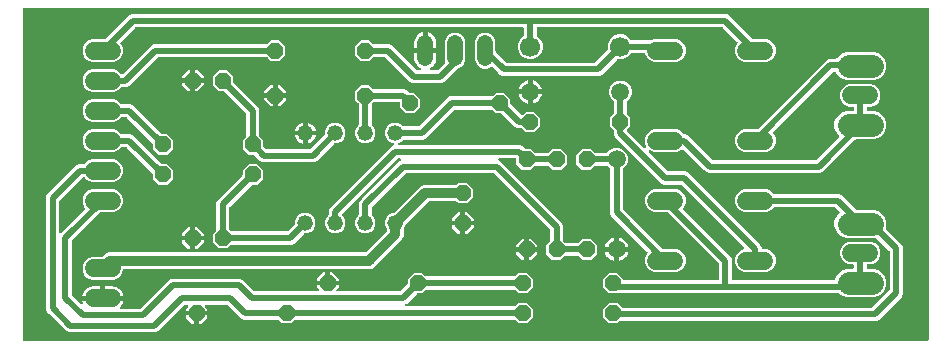
<source format=gbr>
G04 EAGLE Gerber RS-274X export*
G75*
%MOMM*%
%FSLAX34Y34*%
%LPD*%
%INBottom Copper*%
%IPPOS*%
%AMOC8*
5,1,8,0,0,1.08239X$1,22.5*%
G01*
%ADD10C,1.981200*%
%ADD11P,1.429621X8X202.500000*%
%ADD12P,1.429621X8X292.500000*%
%ADD13C,1.700000*%
%ADD14C,1.508000*%
%ADD15C,1.320800*%
%ADD16C,1.524000*%
%ADD17P,1.429621X8X22.500000*%
%ADD18P,1.429621X8X112.500000*%
%ADD19C,1.320800*%
%ADD20C,1.508000*%
%ADD21C,0.508000*%
%ADD22C,0.812800*%

G36*
X768410Y2041D02*
X768410Y2041D01*
X768468Y2039D01*
X768550Y2061D01*
X768634Y2073D01*
X768687Y2096D01*
X768743Y2111D01*
X768816Y2154D01*
X768893Y2189D01*
X768938Y2227D01*
X768988Y2256D01*
X769046Y2318D01*
X769110Y2372D01*
X769142Y2421D01*
X769182Y2464D01*
X769221Y2539D01*
X769268Y2609D01*
X769285Y2665D01*
X769312Y2717D01*
X769323Y2785D01*
X769353Y2880D01*
X769356Y2980D01*
X769367Y3048D01*
X769367Y282602D01*
X769359Y282660D01*
X769361Y282718D01*
X769339Y282800D01*
X769327Y282884D01*
X769304Y282937D01*
X769289Y282993D01*
X769246Y283066D01*
X769211Y283143D01*
X769173Y283188D01*
X769144Y283238D01*
X769082Y283296D01*
X769028Y283360D01*
X768979Y283392D01*
X768936Y283432D01*
X768861Y283471D01*
X768791Y283518D01*
X768735Y283535D01*
X768683Y283562D01*
X768615Y283573D01*
X768520Y283603D01*
X768420Y283606D01*
X768352Y283617D01*
X3048Y283617D01*
X2990Y283609D01*
X2932Y283611D01*
X2850Y283589D01*
X2766Y283577D01*
X2713Y283554D01*
X2657Y283539D01*
X2584Y283496D01*
X2507Y283461D01*
X2462Y283423D01*
X2412Y283394D01*
X2354Y283332D01*
X2290Y283278D01*
X2258Y283229D01*
X2218Y283186D01*
X2179Y283111D01*
X2132Y283041D01*
X2115Y282985D01*
X2088Y282933D01*
X2077Y282865D01*
X2047Y282770D01*
X2044Y282670D01*
X2033Y282602D01*
X2033Y3048D01*
X2041Y2990D01*
X2039Y2932D01*
X2061Y2850D01*
X2073Y2766D01*
X2096Y2713D01*
X2111Y2657D01*
X2154Y2584D01*
X2189Y2507D01*
X2227Y2462D01*
X2256Y2412D01*
X2318Y2354D01*
X2372Y2290D01*
X2421Y2258D01*
X2464Y2218D01*
X2539Y2179D01*
X2609Y2132D01*
X2665Y2115D01*
X2717Y2088D01*
X2785Y2077D01*
X2880Y2047D01*
X2980Y2044D01*
X3048Y2033D01*
X768352Y2033D01*
X768410Y2041D01*
G37*
%LPC*%
G36*
X41306Y9143D02*
X41306Y9143D01*
X39252Y9994D01*
X37537Y11709D01*
X24409Y24837D01*
X22694Y26552D01*
X21843Y28606D01*
X21843Y123794D01*
X22694Y125848D01*
X47500Y150654D01*
X49554Y151505D01*
X53940Y151505D01*
X54027Y151517D01*
X54114Y151520D01*
X54167Y151537D01*
X54222Y151545D01*
X54302Y151580D01*
X54385Y151607D01*
X54424Y151635D01*
X54481Y151661D01*
X54594Y151757D01*
X54658Y151802D01*
X56887Y154031D01*
X60406Y155489D01*
X79294Y155489D01*
X82813Y154031D01*
X85505Y151339D01*
X86963Y147820D01*
X86963Y144012D01*
X85505Y140493D01*
X82813Y137801D01*
X79294Y136343D01*
X60406Y136343D01*
X56887Y137801D01*
X54658Y140030D01*
X54588Y140082D01*
X54525Y140142D01*
X54475Y140168D01*
X54431Y140201D01*
X54349Y140232D01*
X54271Y140272D01*
X54224Y140280D01*
X54165Y140302D01*
X54018Y140314D01*
X53940Y140327D01*
X53401Y140327D01*
X53315Y140315D01*
X53227Y140312D01*
X53175Y140295D01*
X53120Y140287D01*
X53040Y140252D01*
X52957Y140225D01*
X52918Y140197D01*
X52861Y140171D01*
X52747Y140075D01*
X52684Y140030D01*
X33318Y120664D01*
X33266Y120595D01*
X33206Y120531D01*
X33180Y120481D01*
X33147Y120437D01*
X33116Y120356D01*
X33076Y120278D01*
X33068Y120230D01*
X33046Y120172D01*
X33034Y120024D01*
X33021Y119947D01*
X33021Y94027D01*
X33025Y93998D01*
X33022Y93969D01*
X33045Y93858D01*
X33061Y93746D01*
X33073Y93719D01*
X33078Y93690D01*
X33130Y93590D01*
X33177Y93486D01*
X33196Y93464D01*
X33209Y93438D01*
X33287Y93356D01*
X33360Y93269D01*
X33385Y93253D01*
X33405Y93232D01*
X33503Y93175D01*
X33597Y93112D01*
X33625Y93103D01*
X33650Y93088D01*
X33760Y93060D01*
X33868Y93026D01*
X33897Y93025D01*
X33926Y93018D01*
X34039Y93022D01*
X34152Y93019D01*
X34181Y93026D01*
X34210Y93027D01*
X34318Y93062D01*
X34427Y93091D01*
X34453Y93106D01*
X34481Y93115D01*
X34544Y93160D01*
X34672Y93236D01*
X34715Y93282D01*
X34754Y93310D01*
X35077Y93633D01*
X54641Y113197D01*
X54677Y113244D01*
X54719Y113284D01*
X54762Y113357D01*
X54812Y113424D01*
X54833Y113479D01*
X54863Y113529D01*
X54883Y113611D01*
X54913Y113690D01*
X54918Y113748D01*
X54933Y113805D01*
X54930Y113889D01*
X54937Y113973D01*
X54926Y114030D01*
X54924Y114089D01*
X54898Y114169D01*
X54881Y114252D01*
X54854Y114304D01*
X54836Y114359D01*
X54796Y114416D01*
X54750Y114504D01*
X54681Y114577D01*
X54641Y114633D01*
X54195Y115079D01*
X52737Y118598D01*
X52737Y122406D01*
X54195Y125925D01*
X56887Y128617D01*
X60406Y130075D01*
X79294Y130075D01*
X82813Y128617D01*
X85505Y125925D01*
X86963Y122406D01*
X86963Y118598D01*
X85505Y115079D01*
X82813Y112387D01*
X79294Y110929D01*
X68601Y110929D01*
X68515Y110917D01*
X68427Y110914D01*
X68375Y110897D01*
X68320Y110889D01*
X68240Y110854D01*
X68157Y110827D01*
X68118Y110799D01*
X68061Y110773D01*
X67947Y110677D01*
X67884Y110632D01*
X43986Y86734D01*
X43934Y86665D01*
X43874Y86601D01*
X43848Y86551D01*
X43815Y86507D01*
X43784Y86426D01*
X43744Y86348D01*
X43736Y86300D01*
X43714Y86242D01*
X43702Y86094D01*
X43689Y86017D01*
X43689Y41089D01*
X43701Y41003D01*
X43704Y40915D01*
X43721Y40863D01*
X43729Y40808D01*
X43764Y40728D01*
X43791Y40645D01*
X43819Y40606D01*
X43845Y40549D01*
X43941Y40435D01*
X43986Y40372D01*
X51274Y33084D01*
X51310Y33056D01*
X51341Y33022D01*
X51424Y32971D01*
X51501Y32913D01*
X51544Y32897D01*
X51583Y32872D01*
X51676Y32846D01*
X51766Y32812D01*
X51812Y32808D01*
X51857Y32796D01*
X51954Y32796D01*
X52050Y32788D01*
X52095Y32798D01*
X52141Y32798D01*
X52234Y32825D01*
X52328Y32844D01*
X52369Y32866D01*
X52414Y32879D01*
X52495Y32931D01*
X52581Y32975D01*
X52614Y33007D01*
X52653Y33032D01*
X52717Y33105D01*
X52787Y33171D01*
X52810Y33211D01*
X52841Y33246D01*
X52882Y33333D01*
X52931Y33416D01*
X52942Y33461D01*
X52962Y33503D01*
X52977Y33598D01*
X53001Y33692D01*
X52999Y33738D01*
X53007Y33784D01*
X52995Y33858D01*
X52992Y33976D01*
X52966Y34055D01*
X52957Y34116D01*
X52477Y35591D01*
X52425Y35921D01*
X68834Y35921D01*
X68892Y35929D01*
X68950Y35927D01*
X69032Y35949D01*
X69115Y35961D01*
X69169Y35985D01*
X69225Y35999D01*
X69298Y36042D01*
X69375Y36077D01*
X69419Y36115D01*
X69470Y36145D01*
X69527Y36206D01*
X69592Y36261D01*
X69624Y36309D01*
X69664Y36352D01*
X69703Y36427D01*
X69749Y36497D01*
X69767Y36553D01*
X69794Y36605D01*
X69805Y36673D01*
X69835Y36768D01*
X69838Y36868D01*
X69849Y36936D01*
X69849Y37953D01*
X69851Y37953D01*
X69851Y36936D01*
X69859Y36878D01*
X69858Y36820D01*
X69879Y36738D01*
X69891Y36655D01*
X69915Y36601D01*
X69929Y36545D01*
X69972Y36472D01*
X70007Y36395D01*
X70045Y36350D01*
X70075Y36300D01*
X70136Y36242D01*
X70191Y36178D01*
X70239Y36146D01*
X70282Y36106D01*
X70357Y36067D01*
X70427Y36021D01*
X70483Y36003D01*
X70535Y35976D01*
X70603Y35965D01*
X70698Y35935D01*
X70798Y35932D01*
X70866Y35921D01*
X87275Y35921D01*
X87223Y35591D01*
X86732Y34082D01*
X86012Y32669D01*
X85079Y31385D01*
X84384Y30690D01*
X84367Y30666D01*
X84344Y30647D01*
X84281Y30553D01*
X84213Y30463D01*
X84203Y30435D01*
X84187Y30411D01*
X84152Y30303D01*
X84112Y30197D01*
X84110Y30168D01*
X84101Y30140D01*
X84098Y30026D01*
X84088Y29914D01*
X84094Y29885D01*
X84093Y29856D01*
X84122Y29746D01*
X84144Y29635D01*
X84158Y29609D01*
X84165Y29581D01*
X84223Y29483D01*
X84275Y29383D01*
X84296Y29361D01*
X84311Y29336D01*
X84393Y29259D01*
X84471Y29177D01*
X84496Y29162D01*
X84518Y29142D01*
X84619Y29090D01*
X84716Y29033D01*
X84745Y29026D01*
X84771Y29012D01*
X84848Y28999D01*
X84992Y28963D01*
X85054Y28965D01*
X85102Y28957D01*
X100897Y28957D01*
X100983Y28969D01*
X101071Y28972D01*
X101123Y28989D01*
X101178Y28997D01*
X101258Y29032D01*
X101341Y29059D01*
X101380Y29087D01*
X101437Y29113D01*
X101551Y29209D01*
X101614Y29254D01*
X125866Y53506D01*
X127920Y54357D01*
X186405Y54357D01*
X188459Y53506D01*
X197979Y43986D01*
X198048Y43934D01*
X198112Y43874D01*
X198162Y43848D01*
X198206Y43815D01*
X198287Y43784D01*
X198365Y43744D01*
X198413Y43736D01*
X198471Y43714D01*
X198619Y43702D01*
X198696Y43689D01*
X252078Y43689D01*
X252107Y43693D01*
X252136Y43690D01*
X252247Y43713D01*
X252359Y43729D01*
X252386Y43741D01*
X252415Y43746D01*
X252515Y43799D01*
X252619Y43845D01*
X252641Y43864D01*
X252667Y43877D01*
X252749Y43955D01*
X252836Y44028D01*
X252852Y44053D01*
X252873Y44073D01*
X252930Y44171D01*
X252993Y44265D01*
X253002Y44293D01*
X253017Y44318D01*
X253045Y44428D01*
X253079Y44536D01*
X253080Y44566D01*
X253087Y44594D01*
X253083Y44707D01*
X253086Y44820D01*
X253079Y44849D01*
X253078Y44878D01*
X253043Y44986D01*
X253014Y45095D01*
X252999Y45121D01*
X252990Y45149D01*
X252945Y45212D01*
X252869Y45340D01*
X252824Y45383D01*
X252796Y45422D01*
X251205Y47012D01*
X251205Y48769D01*
X259334Y48769D01*
X259392Y48777D01*
X259450Y48775D01*
X259532Y48797D01*
X259615Y48809D01*
X259669Y48833D01*
X259725Y48847D01*
X259798Y48890D01*
X259875Y48925D01*
X259919Y48963D01*
X259970Y48993D01*
X260027Y49054D01*
X260092Y49109D01*
X260124Y49157D01*
X260164Y49200D01*
X260203Y49275D01*
X260249Y49345D01*
X260267Y49401D01*
X260294Y49453D01*
X260305Y49521D01*
X260335Y49616D01*
X260338Y49716D01*
X260349Y49784D01*
X260349Y50801D01*
X260351Y50801D01*
X260351Y49784D01*
X260359Y49726D01*
X260358Y49668D01*
X260379Y49586D01*
X260391Y49503D01*
X260415Y49449D01*
X260429Y49393D01*
X260472Y49320D01*
X260507Y49243D01*
X260545Y49198D01*
X260575Y49148D01*
X260636Y49090D01*
X260691Y49026D01*
X260739Y48994D01*
X260782Y48954D01*
X260857Y48915D01*
X260927Y48869D01*
X260983Y48851D01*
X261035Y48824D01*
X261103Y48813D01*
X261198Y48783D01*
X261298Y48780D01*
X261366Y48769D01*
X269495Y48769D01*
X269495Y47012D01*
X267904Y45422D01*
X267887Y45398D01*
X267864Y45379D01*
X267802Y45285D01*
X267734Y45195D01*
X267723Y45167D01*
X267707Y45143D01*
X267673Y45035D01*
X267632Y44929D01*
X267630Y44900D01*
X267621Y44872D01*
X267618Y44758D01*
X267609Y44646D01*
X267615Y44617D01*
X267614Y44588D01*
X267642Y44478D01*
X267665Y44367D01*
X267678Y44341D01*
X267686Y44313D01*
X267743Y44215D01*
X267796Y44115D01*
X267816Y44093D01*
X267831Y44068D01*
X267913Y43991D01*
X267991Y43909D01*
X268017Y43894D01*
X268038Y43874D01*
X268139Y43822D01*
X268237Y43765D01*
X268265Y43758D01*
X268291Y43744D01*
X268369Y43731D01*
X268512Y43695D01*
X268575Y43697D01*
X268622Y43689D01*
X321115Y43689D01*
X321201Y43701D01*
X321289Y43704D01*
X321341Y43721D01*
X321396Y43729D01*
X321476Y43764D01*
X321559Y43791D01*
X321598Y43819D01*
X321655Y43845D01*
X321769Y43941D01*
X321832Y43986D01*
X327616Y49770D01*
X327668Y49839D01*
X327728Y49903D01*
X327754Y49953D01*
X327787Y49997D01*
X327818Y50078D01*
X327858Y50156D01*
X327866Y50204D01*
X327888Y50262D01*
X327900Y50410D01*
X327913Y50487D01*
X327913Y54377D01*
X332973Y59437D01*
X340127Y59437D01*
X342878Y56686D01*
X342948Y56634D01*
X343012Y56574D01*
X343061Y56548D01*
X343105Y56515D01*
X343187Y56484D01*
X343265Y56444D01*
X343312Y56436D01*
X343371Y56414D01*
X343519Y56402D01*
X343596Y56389D01*
X418404Y56389D01*
X418491Y56401D01*
X418578Y56404D01*
X418631Y56421D01*
X418686Y56429D01*
X418765Y56464D01*
X418849Y56491D01*
X418888Y56519D01*
X418945Y56545D01*
X419058Y56641D01*
X419122Y56686D01*
X421873Y59437D01*
X429027Y59437D01*
X434087Y54377D01*
X434087Y47223D01*
X429027Y42163D01*
X421873Y42163D01*
X419122Y44914D01*
X419052Y44966D01*
X418988Y45026D01*
X418939Y45052D01*
X418895Y45085D01*
X418813Y45116D01*
X418735Y45156D01*
X418688Y45164D01*
X418629Y45186D01*
X418481Y45198D01*
X418404Y45211D01*
X343596Y45211D01*
X343509Y45199D01*
X343422Y45196D01*
X343369Y45179D01*
X343314Y45171D01*
X343235Y45136D01*
X343151Y45109D01*
X343112Y45081D01*
X343055Y45055D01*
X342942Y44959D01*
X342878Y44914D01*
X340127Y42163D01*
X336237Y42163D01*
X336151Y42151D01*
X336063Y42148D01*
X336011Y42131D01*
X335956Y42123D01*
X335876Y42088D01*
X335793Y42061D01*
X335754Y42033D01*
X335697Y42007D01*
X335583Y41911D01*
X335520Y41866D01*
X327016Y33362D01*
X326001Y32942D01*
X325927Y32898D01*
X325849Y32863D01*
X325806Y32826D01*
X325757Y32797D01*
X325698Y32735D01*
X325632Y32679D01*
X325600Y32632D01*
X325561Y32591D01*
X325522Y32514D01*
X325474Y32443D01*
X325457Y32389D01*
X325431Y32338D01*
X325415Y32254D01*
X325389Y32172D01*
X325387Y32115D01*
X325376Y32059D01*
X325384Y31974D01*
X325381Y31888D01*
X325396Y31833D01*
X325401Y31776D01*
X325431Y31696D01*
X325453Y31613D01*
X325482Y31564D01*
X325503Y31511D01*
X325555Y31442D01*
X325598Y31368D01*
X325640Y31329D01*
X325674Y31284D01*
X325743Y31232D01*
X325806Y31174D01*
X325856Y31148D01*
X325902Y31114D01*
X325982Y31083D01*
X326059Y31044D01*
X326108Y31036D01*
X326168Y31013D01*
X326313Y31002D01*
X326390Y30989D01*
X418404Y30989D01*
X418491Y31001D01*
X418578Y31004D01*
X418631Y31021D01*
X418686Y31029D01*
X418765Y31064D01*
X418849Y31091D01*
X418888Y31119D01*
X418945Y31145D01*
X419058Y31241D01*
X419122Y31286D01*
X421873Y34037D01*
X429027Y34037D01*
X434087Y28977D01*
X434087Y21823D01*
X429027Y16763D01*
X421873Y16763D01*
X419122Y19514D01*
X419052Y19566D01*
X418988Y19626D01*
X418939Y19652D01*
X418895Y19685D01*
X418813Y19716D01*
X418735Y19756D01*
X418688Y19764D01*
X418629Y19786D01*
X418481Y19798D01*
X418404Y19811D01*
X232471Y19811D01*
X232384Y19799D01*
X232297Y19796D01*
X232244Y19779D01*
X232189Y19771D01*
X232110Y19736D01*
X232026Y19709D01*
X231987Y19681D01*
X231930Y19655D01*
X231817Y19559D01*
X231753Y19514D01*
X229002Y16763D01*
X221848Y16763D01*
X219097Y19514D01*
X219027Y19566D01*
X218963Y19626D01*
X218914Y19652D01*
X218870Y19685D01*
X218788Y19716D01*
X218710Y19756D01*
X218663Y19764D01*
X218604Y19786D01*
X218456Y19798D01*
X218379Y19811D01*
X189388Y19811D01*
X187334Y20662D01*
X175782Y32214D01*
X175713Y32266D01*
X175649Y32326D01*
X175599Y32352D01*
X175555Y32385D01*
X175474Y32416D01*
X175396Y32456D01*
X175348Y32464D01*
X175290Y32486D01*
X175142Y32498D01*
X175065Y32511D01*
X157497Y32511D01*
X157468Y32507D01*
X157439Y32510D01*
X157328Y32487D01*
X157216Y32471D01*
X157189Y32459D01*
X157160Y32454D01*
X157060Y32401D01*
X156956Y32355D01*
X156934Y32336D01*
X156908Y32323D01*
X156826Y32245D01*
X156739Y32172D01*
X156723Y32147D01*
X156702Y32127D01*
X156645Y32029D01*
X156582Y31935D01*
X156573Y31907D01*
X156558Y31882D01*
X156530Y31772D01*
X156496Y31664D01*
X156495Y31634D01*
X156488Y31606D01*
X156492Y31493D01*
X156489Y31380D01*
X156496Y31351D01*
X156497Y31322D01*
X156532Y31214D01*
X156561Y31105D01*
X156576Y31079D01*
X156585Y31051D01*
X156630Y30988D01*
X156706Y30860D01*
X156725Y30842D01*
X156727Y30839D01*
X156754Y30814D01*
X156779Y30778D01*
X158370Y29188D01*
X158370Y27431D01*
X150241Y27431D01*
X150183Y27423D01*
X150125Y27425D01*
X150043Y27403D01*
X149960Y27391D01*
X149906Y27367D01*
X149850Y27353D01*
X149777Y27310D01*
X149700Y27275D01*
X149656Y27237D01*
X149605Y27207D01*
X149548Y27146D01*
X149483Y27091D01*
X149451Y27043D01*
X149411Y27000D01*
X149372Y26925D01*
X149326Y26855D01*
X149308Y26799D01*
X149281Y26747D01*
X149270Y26679D01*
X149240Y26584D01*
X149237Y26484D01*
X149226Y26416D01*
X149226Y25399D01*
X149224Y25399D01*
X149224Y26416D01*
X149216Y26471D01*
X149217Y26515D01*
X149217Y26517D01*
X149217Y26532D01*
X149196Y26614D01*
X149184Y26697D01*
X149160Y26751D01*
X149146Y26807D01*
X149103Y26880D01*
X149068Y26957D01*
X149030Y27002D01*
X149000Y27052D01*
X148939Y27110D01*
X148884Y27174D01*
X148836Y27206D01*
X148793Y27246D01*
X148718Y27285D01*
X148648Y27331D01*
X148592Y27349D01*
X148540Y27376D01*
X148472Y27387D01*
X148377Y27417D01*
X148277Y27420D01*
X148209Y27431D01*
X140080Y27431D01*
X140080Y29188D01*
X141671Y30778D01*
X141682Y30793D01*
X141690Y30799D01*
X141694Y30807D01*
X141711Y30821D01*
X141773Y30915D01*
X141841Y31005D01*
X141852Y31033D01*
X141868Y31057D01*
X141902Y31165D01*
X141943Y31271D01*
X141945Y31300D01*
X141954Y31328D01*
X141957Y31441D01*
X141966Y31554D01*
X141960Y31583D01*
X141961Y31612D01*
X141933Y31722D01*
X141910Y31833D01*
X141897Y31859D01*
X141889Y31887D01*
X141832Y31985D01*
X141779Y32085D01*
X141759Y32107D01*
X141744Y32132D01*
X141662Y32209D01*
X141584Y32291D01*
X141558Y32306D01*
X141537Y32326D01*
X141436Y32378D01*
X141338Y32435D01*
X141310Y32442D01*
X141284Y32456D01*
X141206Y32469D01*
X141063Y32505D01*
X141000Y32503D01*
X140953Y32511D01*
X139260Y32511D01*
X139174Y32499D01*
X139086Y32496D01*
X139034Y32479D01*
X138979Y32471D01*
X138899Y32436D01*
X138816Y32409D01*
X138777Y32381D01*
X138720Y32355D01*
X138606Y32259D01*
X138543Y32214D01*
X116323Y9994D01*
X114269Y9143D01*
X41306Y9143D01*
G37*
%LPD*%
%LPC*%
G36*
X450448Y70738D02*
X450448Y70738D01*
X445388Y75798D01*
X445388Y82952D01*
X448139Y85703D01*
X448191Y85773D01*
X448251Y85837D01*
X448277Y85886D01*
X448310Y85930D01*
X448341Y86012D01*
X448381Y86090D01*
X448389Y86137D01*
X448411Y86196D01*
X448423Y86344D01*
X448436Y86421D01*
X448436Y95690D01*
X448424Y95776D01*
X448421Y95864D01*
X448404Y95916D01*
X448396Y95971D01*
X448361Y96051D01*
X448334Y96134D01*
X448306Y96173D01*
X448280Y96230D01*
X448184Y96344D01*
X448139Y96407D01*
X401207Y143339D01*
X401138Y143391D01*
X401074Y143451D01*
X401024Y143477D01*
X400980Y143510D01*
X400899Y143541D01*
X400821Y143581D01*
X400773Y143589D01*
X400715Y143611D01*
X400567Y143623D01*
X400490Y143636D01*
X326585Y143636D01*
X326499Y143624D01*
X326411Y143621D01*
X326359Y143604D01*
X326304Y143596D01*
X326224Y143561D01*
X326141Y143534D01*
X326102Y143506D01*
X326045Y143480D01*
X325931Y143384D01*
X325868Y143339D01*
X297986Y115457D01*
X297934Y115388D01*
X297874Y115324D01*
X297848Y115274D01*
X297815Y115230D01*
X297792Y115170D01*
X297788Y115164D01*
X297783Y115145D01*
X297744Y115071D01*
X297736Y115023D01*
X297714Y114965D01*
X297710Y114916D01*
X297703Y114893D01*
X297701Y114810D01*
X297689Y114740D01*
X297689Y108646D01*
X297701Y108559D01*
X297704Y108472D01*
X297721Y108419D01*
X297729Y108364D01*
X297764Y108285D01*
X297791Y108201D01*
X297819Y108162D01*
X297845Y108105D01*
X297899Y108041D01*
X297924Y107998D01*
X297960Y107965D01*
X297986Y107928D01*
X299422Y106492D01*
X300737Y103318D01*
X300737Y99882D01*
X299422Y96708D01*
X296992Y94278D01*
X293818Y92963D01*
X290382Y92963D01*
X287208Y94278D01*
X284778Y96708D01*
X283463Y99882D01*
X283463Y103318D01*
X284778Y106492D01*
X286214Y107928D01*
X286228Y107946D01*
X286242Y107958D01*
X286273Y108004D01*
X286326Y108062D01*
X286352Y108111D01*
X286385Y108155D01*
X286416Y108237D01*
X286456Y108315D01*
X286464Y108362D01*
X286486Y108421D01*
X286498Y108569D01*
X286511Y108646D01*
X286511Y118587D01*
X287362Y120641D01*
X289077Y122356D01*
X318969Y152248D01*
X320684Y153963D01*
X321699Y154383D01*
X321773Y154427D01*
X321851Y154462D01*
X321894Y154499D01*
X321943Y154528D01*
X322002Y154590D01*
X322068Y154646D01*
X322100Y154693D01*
X322139Y154734D01*
X322178Y154811D01*
X322226Y154882D01*
X322243Y154936D01*
X322269Y154987D01*
X322285Y155071D01*
X322311Y155153D01*
X322313Y155210D01*
X322324Y155266D01*
X322316Y155351D01*
X322319Y155437D01*
X322304Y155492D01*
X322299Y155549D01*
X322269Y155630D01*
X322247Y155712D01*
X322218Y155761D01*
X322197Y155814D01*
X322145Y155883D01*
X322102Y155957D01*
X322060Y155996D01*
X322026Y156041D01*
X321957Y156093D01*
X321894Y156151D01*
X321844Y156177D01*
X321798Y156211D01*
X321718Y156242D01*
X321641Y156281D01*
X321592Y156289D01*
X321532Y156312D01*
X321387Y156323D01*
X321310Y156336D01*
X320235Y156336D01*
X320149Y156324D01*
X320061Y156321D01*
X320009Y156304D01*
X319954Y156296D01*
X319874Y156261D01*
X319791Y156234D01*
X319752Y156206D01*
X319695Y156180D01*
X319581Y156084D01*
X319518Y156039D01*
X272714Y109236D01*
X272679Y109189D01*
X272637Y109149D01*
X272594Y109076D01*
X272543Y109008D01*
X272523Y108954D01*
X272493Y108903D01*
X272472Y108822D01*
X272442Y108743D01*
X272437Y108684D01*
X272423Y108628D01*
X272426Y108544D01*
X272419Y108459D01*
X272430Y108402D01*
X272432Y108344D01*
X272458Y108263D01*
X272474Y108181D01*
X272501Y108129D01*
X272519Y108073D01*
X272560Y108017D01*
X272605Y107928D01*
X272674Y107856D01*
X272714Y107800D01*
X274022Y106492D01*
X275337Y103318D01*
X275337Y99882D01*
X274022Y96708D01*
X271592Y94278D01*
X268418Y92963D01*
X264982Y92963D01*
X261808Y94278D01*
X259378Y96708D01*
X258063Y99882D01*
X258063Y103318D01*
X259378Y106492D01*
X260814Y107928D01*
X260828Y107946D01*
X260842Y107958D01*
X260873Y108004D01*
X260926Y108062D01*
X260952Y108111D01*
X260985Y108155D01*
X261016Y108237D01*
X261056Y108315D01*
X261064Y108362D01*
X261086Y108421D01*
X261098Y108569D01*
X261111Y108646D01*
X261111Y112237D01*
X261962Y114291D01*
X314334Y166663D01*
X315812Y167275D01*
X315837Y167290D01*
X315865Y167299D01*
X315959Y167362D01*
X316057Y167419D01*
X316077Y167441D01*
X316101Y167457D01*
X316174Y167544D01*
X316252Y167626D01*
X316265Y167652D01*
X316284Y167675D01*
X316330Y167778D01*
X316382Y167879D01*
X316388Y167908D01*
X316400Y167934D01*
X316415Y168047D01*
X316437Y168158D01*
X316435Y168187D01*
X316439Y168216D01*
X316422Y168328D01*
X316413Y168441D01*
X316402Y168468D01*
X316398Y168497D01*
X316351Y168600D01*
X316311Y168706D01*
X316293Y168730D01*
X316281Y168756D01*
X316207Y168843D01*
X316139Y168933D01*
X316116Y168951D01*
X316097Y168973D01*
X316030Y169014D01*
X315911Y169103D01*
X315853Y169125D01*
X315812Y169151D01*
X312608Y170478D01*
X310178Y172908D01*
X308863Y176082D01*
X308863Y179518D01*
X310178Y182692D01*
X312608Y185122D01*
X315782Y186437D01*
X319218Y186437D01*
X322392Y185122D01*
X323828Y183686D01*
X323898Y183634D01*
X323962Y183574D01*
X324011Y183548D01*
X324055Y183515D01*
X324137Y183484D01*
X324215Y183444D01*
X324262Y183436D01*
X324321Y183414D01*
X324469Y183402D01*
X324546Y183389D01*
X336990Y183389D01*
X337076Y183401D01*
X337164Y183404D01*
X337216Y183421D01*
X337271Y183429D01*
X337351Y183464D01*
X337434Y183491D01*
X337473Y183519D01*
X337530Y183545D01*
X337644Y183641D01*
X337707Y183686D01*
X361959Y207938D01*
X364013Y208789D01*
X399354Y208789D01*
X399441Y208801D01*
X399528Y208804D01*
X399581Y208821D01*
X399636Y208829D01*
X399715Y208864D01*
X399799Y208891D01*
X399838Y208919D01*
X399895Y208945D01*
X400008Y209041D01*
X400072Y209086D01*
X402823Y211837D01*
X409977Y211837D01*
X415037Y206777D01*
X415037Y202887D01*
X415049Y202801D01*
X415052Y202713D01*
X415069Y202661D01*
X415077Y202606D01*
X415112Y202526D01*
X415139Y202443D01*
X415167Y202404D01*
X415193Y202347D01*
X415289Y202233D01*
X415334Y202170D01*
X424164Y193339D01*
X424211Y193304D01*
X424251Y193262D01*
X424324Y193219D01*
X424392Y193168D01*
X424446Y193148D01*
X424497Y193118D01*
X424578Y193097D01*
X424657Y193067D01*
X424716Y193062D01*
X424772Y193048D01*
X424856Y193051D01*
X424941Y193044D01*
X424998Y193055D01*
X425056Y193057D01*
X425137Y193083D01*
X425219Y193099D01*
X425271Y193126D01*
X425327Y193144D01*
X425383Y193185D01*
X425472Y193230D01*
X425544Y193299D01*
X425600Y193339D01*
X428223Y195962D01*
X435377Y195962D01*
X440437Y190902D01*
X440437Y183748D01*
X435377Y178688D01*
X428223Y178688D01*
X425472Y181439D01*
X425402Y181491D01*
X425338Y181551D01*
X425289Y181577D01*
X425245Y181610D01*
X425163Y181641D01*
X425085Y181681D01*
X425038Y181689D01*
X424979Y181711D01*
X424831Y181723D01*
X424754Y181736D01*
X421163Y181736D01*
X419109Y182587D01*
X407430Y194266D01*
X407361Y194318D01*
X407297Y194378D01*
X407247Y194404D01*
X407203Y194437D01*
X407122Y194468D01*
X407044Y194508D01*
X406996Y194516D01*
X406938Y194538D01*
X406790Y194550D01*
X406713Y194563D01*
X402823Y194563D01*
X400072Y197314D01*
X400002Y197366D01*
X399938Y197426D01*
X399889Y197452D01*
X399845Y197485D01*
X399763Y197516D01*
X399685Y197556D01*
X399638Y197564D01*
X399579Y197586D01*
X399431Y197598D01*
X399354Y197611D01*
X367860Y197611D01*
X367774Y197599D01*
X367686Y197596D01*
X367634Y197579D01*
X367579Y197571D01*
X367499Y197536D01*
X367416Y197509D01*
X367377Y197481D01*
X367320Y197455D01*
X367206Y197359D01*
X367143Y197314D01*
X342891Y173062D01*
X340837Y172211D01*
X324546Y172211D01*
X324459Y172199D01*
X324372Y172196D01*
X324319Y172179D01*
X324264Y172171D01*
X324185Y172136D01*
X324101Y172109D01*
X324062Y172081D01*
X324005Y172055D01*
X323892Y171959D01*
X323828Y171914D01*
X322392Y170478D01*
X319951Y169467D01*
X319877Y169423D01*
X319799Y169388D01*
X319755Y169351D01*
X319706Y169322D01*
X319647Y169260D01*
X319582Y169204D01*
X319550Y169157D01*
X319511Y169116D01*
X319472Y169039D01*
X319424Y168968D01*
X319407Y168914D01*
X319381Y168863D01*
X319364Y168779D01*
X319338Y168697D01*
X319337Y168640D01*
X319326Y168584D01*
X319333Y168499D01*
X319331Y168413D01*
X319345Y168358D01*
X319350Y168301D01*
X319381Y168221D01*
X319403Y168138D01*
X319432Y168089D01*
X319452Y168036D01*
X319504Y167967D01*
X319548Y167893D01*
X319590Y167854D01*
X319624Y167809D01*
X319693Y167757D01*
X319755Y167699D01*
X319806Y167673D01*
X319852Y167639D01*
X319932Y167608D01*
X320009Y167569D01*
X320057Y167561D01*
X320118Y167538D01*
X320262Y167527D01*
X320340Y167514D01*
X423387Y167514D01*
X425441Y166663D01*
X427595Y164509D01*
X427664Y164457D01*
X427728Y164397D01*
X427778Y164371D01*
X427822Y164338D01*
X427903Y164307D01*
X427981Y164267D01*
X428029Y164259D01*
X428087Y164237D01*
X428235Y164225D01*
X428312Y164212D01*
X432202Y164212D01*
X434953Y161461D01*
X435023Y161409D01*
X435087Y161349D01*
X435136Y161323D01*
X435180Y161290D01*
X435262Y161259D01*
X435340Y161219D01*
X435387Y161211D01*
X435446Y161189D01*
X435594Y161177D01*
X435671Y161164D01*
X446979Y161164D01*
X447066Y161176D01*
X447153Y161179D01*
X447206Y161196D01*
X447261Y161204D01*
X447340Y161239D01*
X447424Y161266D01*
X447463Y161294D01*
X447520Y161320D01*
X447633Y161416D01*
X447697Y161461D01*
X450448Y164212D01*
X457602Y164212D01*
X462662Y159152D01*
X462662Y151998D01*
X457602Y146938D01*
X450448Y146938D01*
X447697Y149689D01*
X447627Y149741D01*
X447563Y149801D01*
X447514Y149827D01*
X447470Y149860D01*
X447388Y149891D01*
X447310Y149931D01*
X447263Y149939D01*
X447204Y149961D01*
X447056Y149973D01*
X446979Y149986D01*
X435671Y149986D01*
X435584Y149974D01*
X435497Y149971D01*
X435444Y149954D01*
X435389Y149946D01*
X435310Y149911D01*
X435226Y149884D01*
X435187Y149856D01*
X435130Y149830D01*
X435017Y149734D01*
X434953Y149689D01*
X432202Y146938D01*
X425048Y146938D01*
X419988Y151998D01*
X419988Y155321D01*
X419980Y155379D01*
X419982Y155437D01*
X419960Y155519D01*
X419948Y155603D01*
X419925Y155656D01*
X419910Y155712D01*
X419867Y155785D01*
X419832Y155862D01*
X419794Y155907D01*
X419765Y155957D01*
X419703Y156015D01*
X419649Y156079D01*
X419600Y156111D01*
X419557Y156151D01*
X419482Y156190D01*
X419412Y156237D01*
X419356Y156254D01*
X419304Y156281D01*
X419236Y156292D01*
X419141Y156322D01*
X419041Y156325D01*
X418973Y156336D01*
X405765Y156336D01*
X405680Y156324D01*
X405594Y156322D01*
X405540Y156304D01*
X405483Y156296D01*
X405405Y156261D01*
X405323Y156235D01*
X405276Y156203D01*
X405224Y156180D01*
X405158Y156125D01*
X405087Y156077D01*
X405050Y156033D01*
X405007Y155997D01*
X404959Y155925D01*
X404904Y155859D01*
X404881Y155807D01*
X404849Y155760D01*
X404823Y155678D01*
X404789Y155599D01*
X404781Y155543D01*
X404764Y155489D01*
X404761Y155403D01*
X404750Y155318D01*
X404758Y155262D01*
X404756Y155205D01*
X404778Y155122D01*
X404790Y155036D01*
X404814Y154985D01*
X404828Y154930D01*
X404872Y154856D01*
X404907Y154777D01*
X404944Y154734D01*
X404973Y154685D01*
X405036Y154626D01*
X405092Y154561D01*
X405134Y154535D01*
X405181Y154491D01*
X405310Y154425D01*
X405376Y154383D01*
X406391Y153963D01*
X458763Y101591D01*
X459614Y99537D01*
X459614Y86421D01*
X459626Y86334D01*
X459629Y86247D01*
X459646Y86194D01*
X459654Y86139D01*
X459689Y86060D01*
X459716Y85976D01*
X459744Y85937D01*
X459770Y85880D01*
X459866Y85767D01*
X459911Y85703D01*
X460353Y85261D01*
X460423Y85209D01*
X460487Y85149D01*
X460536Y85123D01*
X460580Y85090D01*
X460662Y85059D01*
X460740Y85019D01*
X460787Y85011D01*
X460846Y84989D01*
X460994Y84977D01*
X461071Y84964D01*
X472379Y84964D01*
X472466Y84976D01*
X472553Y84979D01*
X472606Y84996D01*
X472661Y85004D01*
X472740Y85039D01*
X472824Y85066D01*
X472863Y85094D01*
X472920Y85120D01*
X473033Y85216D01*
X473097Y85261D01*
X475848Y88012D01*
X483002Y88012D01*
X488062Y82952D01*
X488062Y75798D01*
X483002Y70738D01*
X475848Y70738D01*
X473097Y73489D01*
X473027Y73541D01*
X472963Y73601D01*
X472914Y73627D01*
X472870Y73660D01*
X472788Y73691D01*
X472710Y73731D01*
X472663Y73739D01*
X472604Y73761D01*
X472456Y73773D01*
X472379Y73786D01*
X461071Y73786D01*
X460984Y73774D01*
X460897Y73771D01*
X460844Y73754D01*
X460789Y73746D01*
X460710Y73711D01*
X460626Y73684D01*
X460587Y73656D01*
X460530Y73630D01*
X460417Y73534D01*
X460353Y73489D01*
X457602Y70738D01*
X450448Y70738D01*
G37*
%LPD*%
%LPC*%
G36*
X60406Y237943D02*
X60406Y237943D01*
X56887Y239401D01*
X54195Y242093D01*
X52737Y245612D01*
X52737Y249420D01*
X54195Y252939D01*
X56887Y255631D01*
X60406Y257089D01*
X71099Y257089D01*
X71185Y257101D01*
X71273Y257104D01*
X71325Y257121D01*
X71380Y257129D01*
X71460Y257164D01*
X71543Y257191D01*
X71582Y257219D01*
X71639Y257245D01*
X71753Y257341D01*
X71816Y257386D01*
X92218Y277788D01*
X94272Y278639D01*
X598012Y278639D01*
X600066Y277788D01*
X620254Y257600D01*
X620323Y257548D01*
X620387Y257488D01*
X620437Y257462D01*
X620481Y257429D01*
X620562Y257398D01*
X620640Y257358D01*
X620688Y257350D01*
X620746Y257328D01*
X620894Y257316D01*
X620971Y257303D01*
X631840Y257303D01*
X635388Y255833D01*
X638103Y253118D01*
X639573Y249570D01*
X639573Y245730D01*
X638103Y242182D01*
X635388Y239467D01*
X631840Y237997D01*
X612760Y237997D01*
X609212Y239467D01*
X606497Y242182D01*
X605027Y245730D01*
X605027Y249570D01*
X606497Y253118D01*
X606995Y253616D01*
X607030Y253662D01*
X607072Y253703D01*
X607115Y253776D01*
X607166Y253843D01*
X607187Y253898D01*
X607216Y253948D01*
X607237Y254030D01*
X607267Y254109D01*
X607272Y254167D01*
X607286Y254224D01*
X607283Y254308D01*
X607290Y254392D01*
X607279Y254449D01*
X607277Y254508D01*
X607251Y254588D01*
X607235Y254671D01*
X607208Y254723D01*
X607190Y254778D01*
X607150Y254834D01*
X607104Y254923D01*
X607035Y254995D01*
X606995Y255052D01*
X594882Y267164D01*
X594813Y267216D01*
X594749Y267276D01*
X594699Y267302D01*
X594655Y267335D01*
X594574Y267366D01*
X594496Y267406D01*
X594448Y267414D01*
X594390Y267436D01*
X594242Y267448D01*
X594165Y267461D01*
X438404Y267461D01*
X438346Y267453D01*
X438288Y267455D01*
X438206Y267433D01*
X438122Y267421D01*
X438069Y267398D01*
X438013Y267383D01*
X437940Y267340D01*
X437863Y267305D01*
X437818Y267267D01*
X437768Y267238D01*
X437710Y267176D01*
X437646Y267122D01*
X437614Y267073D01*
X437574Y267030D01*
X437535Y266955D01*
X437488Y266885D01*
X437471Y266829D01*
X437444Y266777D01*
X437433Y266709D01*
X437403Y266614D01*
X437400Y266514D01*
X437389Y266446D01*
X437389Y260552D01*
X437401Y260466D01*
X437404Y260378D01*
X437421Y260326D01*
X437429Y260271D01*
X437464Y260191D01*
X437491Y260108D01*
X437519Y260069D01*
X437545Y260011D01*
X437641Y259898D01*
X437686Y259834D01*
X440729Y256791D01*
X442333Y252920D01*
X442333Y248730D01*
X440729Y244859D01*
X437766Y241896D01*
X433895Y240292D01*
X429705Y240292D01*
X425834Y241896D01*
X422871Y244859D01*
X421267Y248730D01*
X421267Y252920D01*
X422871Y256791D01*
X425914Y259834D01*
X425966Y259904D01*
X426026Y259968D01*
X426052Y260018D01*
X426085Y260062D01*
X426116Y260143D01*
X426156Y260221D01*
X426164Y260269D01*
X426186Y260327D01*
X426198Y260475D01*
X426211Y260552D01*
X426211Y266446D01*
X426203Y266504D01*
X426205Y266562D01*
X426183Y266644D01*
X426171Y266728D01*
X426148Y266781D01*
X426133Y266837D01*
X426090Y266910D01*
X426055Y266987D01*
X426017Y267032D01*
X425988Y267082D01*
X425926Y267140D01*
X425872Y267204D01*
X425823Y267236D01*
X425780Y267276D01*
X425705Y267315D01*
X425635Y267362D01*
X425579Y267379D01*
X425527Y267406D01*
X425459Y267417D01*
X425364Y267447D01*
X425264Y267450D01*
X425196Y267461D01*
X98119Y267461D01*
X98033Y267449D01*
X97945Y267446D01*
X97893Y267429D01*
X97838Y267421D01*
X97758Y267386D01*
X97675Y267359D01*
X97636Y267331D01*
X97579Y267305D01*
X97465Y267209D01*
X97402Y267164D01*
X85059Y254821D01*
X85023Y254774D01*
X84981Y254734D01*
X84938Y254661D01*
X84888Y254594D01*
X84867Y254539D01*
X84837Y254489D01*
X84817Y254407D01*
X84787Y254328D01*
X84782Y254270D01*
X84767Y254213D01*
X84770Y254129D01*
X84763Y254045D01*
X84774Y253988D01*
X84776Y253929D01*
X84802Y253849D01*
X84819Y253766D01*
X84846Y253714D01*
X84864Y253659D01*
X84904Y253602D01*
X84950Y253514D01*
X85019Y253441D01*
X85059Y253385D01*
X85505Y252939D01*
X86963Y249420D01*
X86963Y245612D01*
X85505Y242093D01*
X82813Y239401D01*
X79294Y237943D01*
X60406Y237943D01*
G37*
%LPD*%
%LPC*%
G36*
X612760Y60197D02*
X612760Y60197D01*
X609212Y61667D01*
X606497Y64382D01*
X605027Y67930D01*
X605027Y71770D01*
X606497Y75318D01*
X609212Y78033D01*
X612423Y79363D01*
X612522Y79422D01*
X612624Y79474D01*
X612644Y79494D01*
X612668Y79508D01*
X612747Y79591D01*
X612830Y79670D01*
X612844Y79694D01*
X612863Y79714D01*
X612916Y79816D01*
X612974Y79915D01*
X612980Y79942D01*
X612993Y79967D01*
X613015Y80080D01*
X613044Y80191D01*
X613043Y80219D01*
X613048Y80246D01*
X613038Y80360D01*
X613035Y80475D01*
X613026Y80502D01*
X613024Y80529D01*
X612983Y80636D01*
X612947Y80746D01*
X612933Y80766D01*
X612922Y80795D01*
X612761Y81007D01*
X612752Y81019D01*
X559957Y133814D01*
X559888Y133866D01*
X559824Y133926D01*
X559774Y133952D01*
X559730Y133985D01*
X559649Y134016D01*
X559571Y134056D01*
X559523Y134064D01*
X559465Y134086D01*
X559317Y134098D01*
X559240Y134111D01*
X544988Y134111D01*
X542934Y134962D01*
X503262Y174634D01*
X502411Y176688D01*
X502411Y180279D01*
X502399Y180366D01*
X502396Y180453D01*
X502379Y180506D01*
X502371Y180561D01*
X502336Y180640D01*
X502309Y180724D01*
X502281Y180763D01*
X502255Y180820D01*
X502159Y180933D01*
X502114Y180997D01*
X499363Y183748D01*
X499363Y190902D01*
X502114Y193653D01*
X502166Y193723D01*
X502226Y193787D01*
X502252Y193836D01*
X502285Y193880D01*
X502316Y193962D01*
X502356Y194040D01*
X502364Y194087D01*
X502386Y194146D01*
X502398Y194294D01*
X502411Y194371D01*
X502411Y204355D01*
X502399Y204442D01*
X502396Y204529D01*
X502379Y204582D01*
X502371Y204637D01*
X502336Y204717D01*
X502309Y204800D01*
X502281Y204839D01*
X502255Y204896D01*
X502159Y205010D01*
X502114Y205073D01*
X499885Y207302D01*
X498427Y210821D01*
X498427Y214629D01*
X499885Y218148D01*
X502577Y220840D01*
X506096Y222298D01*
X509904Y222298D01*
X513423Y220840D01*
X516115Y218148D01*
X517573Y214629D01*
X517573Y210821D01*
X516115Y207302D01*
X513886Y205073D01*
X513834Y205003D01*
X513774Y204940D01*
X513748Y204890D01*
X513715Y204846D01*
X513684Y204764D01*
X513644Y204686D01*
X513636Y204639D01*
X513614Y204580D01*
X513602Y204433D01*
X513589Y204355D01*
X513589Y194371D01*
X513601Y194284D01*
X513604Y194197D01*
X513621Y194144D01*
X513629Y194089D01*
X513664Y194010D01*
X513691Y193926D01*
X513719Y193887D01*
X513745Y193830D01*
X513841Y193717D01*
X513886Y193653D01*
X516637Y190902D01*
X516637Y183748D01*
X514014Y181125D01*
X513979Y181078D01*
X513937Y181038D01*
X513894Y180965D01*
X513843Y180898D01*
X513823Y180843D01*
X513793Y180793D01*
X513772Y180711D01*
X513742Y180632D01*
X513737Y180574D01*
X513723Y180517D01*
X513726Y180433D01*
X513719Y180349D01*
X513730Y180292D01*
X513732Y180233D01*
X513758Y180153D01*
X513774Y180070D01*
X513801Y180018D01*
X513819Y179963D01*
X513860Y179906D01*
X513905Y179818D01*
X513974Y179746D01*
X514014Y179689D01*
X528509Y165195D01*
X528577Y165143D01*
X528640Y165084D01*
X528691Y165058D01*
X528736Y165024D01*
X528816Y164993D01*
X528893Y164954D01*
X528948Y164943D01*
X529002Y164923D01*
X529087Y164916D01*
X529172Y164899D01*
X529228Y164904D01*
X529285Y164899D01*
X529369Y164916D01*
X529455Y164923D01*
X529508Y164944D01*
X529564Y164955D01*
X529640Y164995D01*
X529720Y165026D01*
X529766Y165060D01*
X529816Y165086D01*
X529878Y165145D01*
X529947Y165197D01*
X529981Y165243D01*
X530022Y165282D01*
X530066Y165356D01*
X530117Y165425D01*
X530137Y165478D01*
X530166Y165527D01*
X530187Y165610D01*
X530217Y165691D01*
X530222Y165748D01*
X530236Y165803D01*
X530233Y165888D01*
X530240Y165974D01*
X530229Y166022D01*
X530227Y166087D01*
X530182Y166225D01*
X530165Y166301D01*
X528827Y169530D01*
X528827Y173370D01*
X530297Y176918D01*
X533012Y179633D01*
X536560Y181103D01*
X555640Y181103D01*
X559188Y179633D01*
X561485Y177336D01*
X561555Y177284D01*
X561619Y177224D01*
X561668Y177198D01*
X561712Y177165D01*
X561794Y177134D01*
X561872Y177094D01*
X561919Y177086D01*
X561978Y177064D01*
X562125Y177052D01*
X562203Y177039D01*
X563087Y177039D01*
X565141Y176188D01*
X586218Y155111D01*
X586287Y155059D01*
X586351Y154999D01*
X586401Y154973D01*
X586445Y154940D01*
X586526Y154909D01*
X586604Y154869D01*
X586652Y154861D01*
X586710Y154839D01*
X586858Y154827D01*
X586935Y154814D01*
X673286Y154814D01*
X673372Y154826D01*
X673460Y154829D01*
X673512Y154846D01*
X673567Y154854D01*
X673647Y154889D01*
X673730Y154916D01*
X673769Y154944D01*
X673826Y154970D01*
X673940Y155066D01*
X674003Y155111D01*
X693135Y174243D01*
X693171Y174290D01*
X693213Y174330D01*
X693255Y174403D01*
X693306Y174470D01*
X693327Y174525D01*
X693357Y174575D01*
X693377Y174657D01*
X693407Y174736D01*
X693412Y174794D01*
X693427Y174851D01*
X693424Y174935D01*
X693431Y175019D01*
X693420Y175076D01*
X693418Y175135D01*
X693392Y175215D01*
X693375Y175298D01*
X693348Y175350D01*
X693330Y175405D01*
X693290Y175462D01*
X693244Y175550D01*
X693175Y175623D01*
X693135Y175679D01*
X691173Y177641D01*
X689355Y182029D01*
X689355Y186779D01*
X691173Y191167D01*
X694531Y194525D01*
X698919Y196343D01*
X704596Y196343D01*
X704654Y196351D01*
X704712Y196349D01*
X704794Y196371D01*
X704878Y196383D01*
X704931Y196406D01*
X704987Y196421D01*
X705060Y196464D01*
X705137Y196499D01*
X705182Y196537D01*
X705232Y196566D01*
X705290Y196628D01*
X705354Y196682D01*
X705386Y196731D01*
X705426Y196774D01*
X705465Y196849D01*
X705512Y196919D01*
X705529Y196975D01*
X705556Y197027D01*
X705567Y197095D01*
X705597Y197190D01*
X705600Y197290D01*
X705611Y197358D01*
X705611Y199096D01*
X705603Y199154D01*
X705605Y199212D01*
X705583Y199294D01*
X705571Y199378D01*
X705548Y199431D01*
X705533Y199487D01*
X705490Y199560D01*
X705455Y199637D01*
X705417Y199682D01*
X705388Y199732D01*
X705326Y199790D01*
X705272Y199854D01*
X705223Y199886D01*
X705180Y199926D01*
X705105Y199965D01*
X705035Y200012D01*
X704979Y200029D01*
X704927Y200056D01*
X704859Y200067D01*
X704764Y200097D01*
X704664Y200100D01*
X704596Y200111D01*
X701756Y200111D01*
X698237Y201569D01*
X695545Y204261D01*
X694087Y207780D01*
X694087Y211588D01*
X695545Y215107D01*
X698237Y217799D01*
X701756Y219257D01*
X720644Y219257D01*
X724163Y217799D01*
X726855Y215107D01*
X728313Y211588D01*
X728313Y207780D01*
X726855Y204261D01*
X724163Y201569D01*
X720644Y200111D01*
X717804Y200111D01*
X717746Y200103D01*
X717688Y200105D01*
X717606Y200083D01*
X717522Y200071D01*
X717469Y200048D01*
X717413Y200033D01*
X717340Y199990D01*
X717263Y199955D01*
X717218Y199917D01*
X717168Y199888D01*
X717110Y199826D01*
X717046Y199772D01*
X717014Y199723D01*
X716974Y199680D01*
X716935Y199605D01*
X716888Y199535D01*
X716871Y199479D01*
X716844Y199427D01*
X716833Y199359D01*
X716803Y199264D01*
X716800Y199164D01*
X716789Y199096D01*
X716789Y197358D01*
X716797Y197300D01*
X716795Y197242D01*
X716817Y197160D01*
X716829Y197076D01*
X716852Y197023D01*
X716867Y196967D01*
X716910Y196894D01*
X716945Y196817D01*
X716983Y196772D01*
X717012Y196722D01*
X717074Y196664D01*
X717128Y196600D01*
X717177Y196568D01*
X717220Y196528D01*
X717295Y196489D01*
X717365Y196442D01*
X717421Y196425D01*
X717473Y196398D01*
X717541Y196387D01*
X717636Y196357D01*
X717736Y196354D01*
X717804Y196343D01*
X723481Y196343D01*
X727869Y194525D01*
X731227Y191167D01*
X733045Y186779D01*
X733045Y182029D01*
X731227Y177641D01*
X727869Y174283D01*
X723481Y172465D01*
X707585Y172465D01*
X707499Y172453D01*
X707411Y172450D01*
X707359Y172433D01*
X707304Y172425D01*
X707224Y172390D01*
X707141Y172363D01*
X707102Y172335D01*
X707045Y172309D01*
X706931Y172213D01*
X706868Y172168D01*
X679187Y144487D01*
X677133Y143636D01*
X583088Y143636D01*
X581034Y144487D01*
X579319Y146202D01*
X561439Y164082D01*
X561392Y164117D01*
X561352Y164160D01*
X561279Y164203D01*
X561212Y164253D01*
X561157Y164274D01*
X561107Y164304D01*
X561025Y164324D01*
X560946Y164354D01*
X560888Y164359D01*
X560831Y164374D01*
X560747Y164371D01*
X560663Y164378D01*
X560606Y164366D01*
X560547Y164365D01*
X560467Y164339D01*
X560384Y164322D01*
X560332Y164295D01*
X560277Y164277D01*
X560220Y164237D01*
X560132Y164191D01*
X560059Y164122D01*
X560003Y164082D01*
X559188Y163267D01*
X555640Y161797D01*
X536560Y161797D01*
X533331Y163135D01*
X533248Y163156D01*
X533168Y163187D01*
X533111Y163191D01*
X533056Y163206D01*
X532970Y163203D01*
X532884Y163210D01*
X532829Y163199D01*
X532772Y163197D01*
X532690Y163171D01*
X532606Y163154D01*
X532555Y163128D01*
X532501Y163111D01*
X532430Y163063D01*
X532353Y163023D01*
X532312Y162984D01*
X532265Y162952D01*
X532210Y162887D01*
X532147Y162828D01*
X532119Y162778D01*
X532082Y162735D01*
X532047Y162656D01*
X532004Y162582D01*
X531990Y162527D01*
X531966Y162475D01*
X531955Y162390D01*
X531934Y162307D01*
X531935Y162250D01*
X531928Y162194D01*
X531940Y162108D01*
X531943Y162023D01*
X531960Y161968D01*
X531968Y161912D01*
X532004Y161834D01*
X532030Y161752D01*
X532059Y161712D01*
X532085Y161653D01*
X532179Y161542D01*
X532225Y161479D01*
X548118Y145586D01*
X548187Y145534D01*
X548251Y145474D01*
X548301Y145448D01*
X548345Y145415D01*
X548426Y145384D01*
X548504Y145344D01*
X548552Y145336D01*
X548610Y145314D01*
X548758Y145302D01*
X548835Y145289D01*
X563087Y145289D01*
X565141Y144438D01*
X627038Y82541D01*
X627895Y80470D01*
X627897Y80460D01*
X627895Y80402D01*
X627917Y80320D01*
X627929Y80236D01*
X627952Y80183D01*
X627967Y80127D01*
X628010Y80054D01*
X628045Y79977D01*
X628083Y79932D01*
X628112Y79882D01*
X628174Y79824D01*
X628228Y79760D01*
X628277Y79728D01*
X628320Y79688D01*
X628395Y79649D01*
X628465Y79602D01*
X628521Y79585D01*
X628573Y79558D01*
X628641Y79547D01*
X628736Y79517D01*
X628836Y79514D01*
X628904Y79503D01*
X631840Y79503D01*
X635388Y78033D01*
X638103Y75318D01*
X639573Y71770D01*
X639573Y67930D01*
X638103Y64382D01*
X635388Y61667D01*
X631840Y60197D01*
X612760Y60197D01*
G37*
%LPD*%
%LPC*%
G36*
X498073Y16763D02*
X498073Y16763D01*
X493013Y21823D01*
X493013Y28977D01*
X498073Y34037D01*
X505227Y34037D01*
X509121Y30143D01*
X509191Y30091D01*
X509255Y30031D01*
X509304Y30005D01*
X509348Y29972D01*
X509430Y29941D01*
X509508Y29901D01*
X509555Y29893D01*
X509614Y29871D01*
X509762Y29859D01*
X509839Y29846D01*
X720784Y29846D01*
X720870Y29858D01*
X720958Y29861D01*
X721010Y29878D01*
X721065Y29886D01*
X721145Y29921D01*
X721228Y29948D01*
X721267Y29976D01*
X721324Y30002D01*
X721438Y30098D01*
X721501Y30143D01*
X735794Y44436D01*
X735846Y44505D01*
X735906Y44569D01*
X735932Y44619D01*
X735965Y44663D01*
X735996Y44744D01*
X736036Y44822D01*
X736044Y44870D01*
X736066Y44928D01*
X736078Y45076D01*
X736091Y45153D01*
X736091Y77402D01*
X736079Y77488D01*
X736076Y77576D01*
X736059Y77628D01*
X736051Y77683D01*
X736016Y77763D01*
X735989Y77846D01*
X735961Y77885D01*
X735935Y77942D01*
X735839Y78056D01*
X735794Y78119D01*
X724865Y89048D01*
X724864Y89049D01*
X724863Y89051D01*
X724793Y89102D01*
X724733Y89159D01*
X724685Y89184D01*
X724638Y89219D01*
X724636Y89220D01*
X724635Y89221D01*
X724549Y89253D01*
X724480Y89289D01*
X724436Y89296D01*
X724372Y89320D01*
X724371Y89321D01*
X724369Y89321D01*
X724231Y89332D01*
X724210Y89334D01*
X724149Y89344D01*
X724144Y89344D01*
X724122Y89341D01*
X724089Y89344D01*
X724087Y89344D01*
X724086Y89344D01*
X724071Y89340D01*
X723962Y89319D01*
X723862Y89304D01*
X723838Y89294D01*
X723810Y89288D01*
X723783Y89274D01*
X723759Y89268D01*
X723481Y89153D01*
X698919Y89153D01*
X694531Y90971D01*
X691173Y94329D01*
X689355Y98717D01*
X689355Y103467D01*
X691173Y107855D01*
X693463Y110145D01*
X693499Y110192D01*
X693541Y110232D01*
X693584Y110305D01*
X693634Y110372D01*
X693655Y110427D01*
X693685Y110478D01*
X693705Y110559D01*
X693735Y110638D01*
X693740Y110696D01*
X693755Y110753D01*
X693752Y110837D01*
X693759Y110921D01*
X693748Y110979D01*
X693746Y111037D01*
X693720Y111117D01*
X693703Y111200D01*
X693676Y111252D01*
X693658Y111308D01*
X693618Y111364D01*
X693572Y111452D01*
X693503Y111525D01*
X693463Y111581D01*
X690280Y114764D01*
X690211Y114816D01*
X690147Y114876D01*
X690097Y114902D01*
X690053Y114935D01*
X689972Y114966D01*
X689894Y115006D01*
X689846Y115014D01*
X689788Y115036D01*
X689640Y115048D01*
X689563Y115061D01*
X638403Y115061D01*
X638316Y115049D01*
X638229Y115046D01*
X638176Y115029D01*
X638121Y115021D01*
X638042Y114986D01*
X637958Y114959D01*
X637919Y114931D01*
X637862Y114905D01*
X637749Y114809D01*
X637685Y114764D01*
X635388Y112467D01*
X631840Y110997D01*
X612760Y110997D01*
X609212Y112467D01*
X606497Y115182D01*
X605027Y118730D01*
X605027Y122570D01*
X606497Y126118D01*
X609212Y128833D01*
X612760Y130303D01*
X631840Y130303D01*
X635388Y128833D01*
X637685Y126536D01*
X637755Y126484D01*
X637819Y126424D01*
X637868Y126398D01*
X637912Y126365D01*
X637994Y126334D01*
X638072Y126294D01*
X638119Y126286D01*
X638178Y126264D01*
X638325Y126252D01*
X638403Y126239D01*
X693410Y126239D01*
X695464Y125388D01*
X707524Y113328D01*
X707593Y113276D01*
X707657Y113216D01*
X707707Y113190D01*
X707751Y113157D01*
X707832Y113126D01*
X707910Y113086D01*
X707958Y113078D01*
X708016Y113056D01*
X708164Y113044D01*
X708241Y113031D01*
X723481Y113031D01*
X727869Y111213D01*
X731227Y107855D01*
X733045Y103467D01*
X733045Y98717D01*
X732706Y97901D01*
X732706Y97899D01*
X732705Y97898D01*
X732671Y97765D01*
X732635Y97625D01*
X732636Y97624D01*
X732635Y97622D01*
X732640Y97481D01*
X732644Y97341D01*
X732644Y97340D01*
X732644Y97338D01*
X732688Y97202D01*
X732730Y97070D01*
X732731Y97069D01*
X732732Y97067D01*
X732741Y97055D01*
X732889Y96834D01*
X732912Y96814D01*
X732927Y96794D01*
X744703Y85018D01*
X746418Y83303D01*
X747269Y81249D01*
X747269Y41306D01*
X746418Y39252D01*
X726685Y19519D01*
X724631Y18668D01*
X507553Y18668D01*
X507466Y18656D01*
X507379Y18653D01*
X507326Y18636D01*
X507271Y18628D01*
X507192Y18593D01*
X507108Y18566D01*
X507069Y18538D01*
X507012Y18512D01*
X506899Y18416D01*
X506835Y18371D01*
X505227Y16763D01*
X498073Y16763D01*
G37*
%LPD*%
%LPC*%
G36*
X60406Y53793D02*
X60406Y53793D01*
X56887Y55251D01*
X54195Y57943D01*
X52737Y61462D01*
X52737Y65270D01*
X54195Y68789D01*
X56887Y71481D01*
X60406Y72939D01*
X68943Y72939D01*
X69030Y72951D01*
X69117Y72954D01*
X69170Y72971D01*
X69225Y72979D01*
X69305Y73014D01*
X69388Y73041D01*
X69427Y73069D01*
X69484Y73095D01*
X69597Y73191D01*
X69661Y73236D01*
X72305Y75880D01*
X74919Y76963D01*
X291908Y76963D01*
X291995Y76975D01*
X292082Y76978D01*
X292135Y76995D01*
X292190Y77003D01*
X292270Y77038D01*
X292353Y77065D01*
X292392Y77093D01*
X292449Y77119D01*
X292562Y77215D01*
X292626Y77260D01*
X310090Y94724D01*
X310106Y94745D01*
X310124Y94760D01*
X310155Y94808D01*
X310202Y94858D01*
X310228Y94907D01*
X310261Y94951D01*
X310274Y94985D01*
X310282Y94997D01*
X310294Y95038D01*
X310332Y95111D01*
X310340Y95158D01*
X310362Y95217D01*
X310366Y95264D01*
X310367Y95268D01*
X310368Y95286D01*
X310374Y95364D01*
X310387Y95442D01*
X310387Y96078D01*
X310375Y96165D01*
X310372Y96252D01*
X310355Y96305D01*
X310347Y96360D01*
X310312Y96439D01*
X310285Y96523D01*
X310257Y96562D01*
X310231Y96619D01*
X310199Y96657D01*
X308863Y99882D01*
X308863Y103318D01*
X310178Y106492D01*
X312608Y108922D01*
X315817Y110251D01*
X315831Y110252D01*
X315884Y110269D01*
X315939Y110277D01*
X316019Y110312D01*
X316102Y110339D01*
X316141Y110367D01*
X316198Y110393D01*
X316311Y110489D01*
X316375Y110534D01*
X338871Y133030D01*
X341485Y134113D01*
X369128Y134113D01*
X369215Y134125D01*
X369302Y134128D01*
X369355Y134145D01*
X369410Y134153D01*
X369489Y134188D01*
X369573Y134215D01*
X369612Y134243D01*
X369669Y134269D01*
X369782Y134365D01*
X369846Y134410D01*
X371073Y135637D01*
X378227Y135637D01*
X383287Y130577D01*
X383287Y123423D01*
X378227Y118363D01*
X371073Y118363D01*
X369846Y119590D01*
X369776Y119642D01*
X369712Y119702D01*
X369663Y119728D01*
X369619Y119761D01*
X369537Y119792D01*
X369459Y119832D01*
X369412Y119840D01*
X369353Y119862D01*
X369205Y119874D01*
X369128Y119887D01*
X346267Y119887D01*
X346180Y119875D01*
X346093Y119872D01*
X346040Y119855D01*
X345985Y119847D01*
X345905Y119812D01*
X345822Y119785D01*
X345783Y119757D01*
X345726Y119731D01*
X345613Y119635D01*
X345549Y119590D01*
X326434Y100475D01*
X326382Y100405D01*
X326322Y100341D01*
X326296Y100292D01*
X326263Y100248D01*
X326232Y100166D01*
X326192Y100088D01*
X326184Y100041D01*
X326162Y99982D01*
X326158Y99933D01*
X324807Y96673D01*
X324798Y96662D01*
X324773Y96613D01*
X324739Y96569D01*
X324708Y96487D01*
X324668Y96409D01*
X324660Y96362D01*
X324638Y96303D01*
X324626Y96155D01*
X324613Y96078D01*
X324613Y90660D01*
X323530Y88046D01*
X299304Y63820D01*
X296690Y62737D01*
X87978Y62737D01*
X87920Y62729D01*
X87862Y62731D01*
X87780Y62709D01*
X87696Y62697D01*
X87643Y62674D01*
X87587Y62659D01*
X87514Y62616D01*
X87437Y62581D01*
X87392Y62543D01*
X87342Y62514D01*
X87284Y62452D01*
X87220Y62398D01*
X87188Y62349D01*
X87148Y62306D01*
X87109Y62231D01*
X87062Y62161D01*
X87045Y62105D01*
X87018Y62053D01*
X87007Y61985D01*
X86977Y61890D01*
X86974Y61790D01*
X86963Y61722D01*
X86963Y61462D01*
X85505Y57943D01*
X82813Y55251D01*
X79294Y53793D01*
X60406Y53793D01*
G37*
%LPD*%
%LPC*%
G36*
X698919Y39115D02*
X698919Y39115D01*
X694531Y40933D01*
X693725Y41739D01*
X693655Y41791D01*
X693591Y41851D01*
X693542Y41877D01*
X693498Y41910D01*
X693416Y41941D01*
X693338Y41981D01*
X693291Y41989D01*
X693232Y42011D01*
X693085Y42023D01*
X693007Y42036D01*
X503713Y42036D01*
X503593Y42086D01*
X503563Y42094D01*
X503536Y42108D01*
X503458Y42121D01*
X503318Y42157D01*
X503254Y42155D01*
X503205Y42163D01*
X498073Y42163D01*
X493013Y47223D01*
X493013Y54377D01*
X498073Y59437D01*
X505227Y59437D01*
X510287Y54377D01*
X510287Y54229D01*
X510295Y54171D01*
X510293Y54113D01*
X510315Y54031D01*
X510327Y53947D01*
X510350Y53894D01*
X510365Y53838D01*
X510408Y53765D01*
X510443Y53688D01*
X510481Y53643D01*
X510510Y53593D01*
X510572Y53535D01*
X510626Y53471D01*
X510675Y53439D01*
X510718Y53399D01*
X510793Y53360D01*
X510863Y53313D01*
X510919Y53296D01*
X510971Y53269D01*
X511039Y53258D01*
X511134Y53228D01*
X511234Y53225D01*
X511302Y53214D01*
X590296Y53214D01*
X590354Y53222D01*
X590412Y53220D01*
X590494Y53242D01*
X590578Y53254D01*
X590631Y53277D01*
X590687Y53292D01*
X590760Y53335D01*
X590837Y53370D01*
X590882Y53408D01*
X590932Y53437D01*
X590990Y53499D01*
X591054Y53553D01*
X591086Y53602D01*
X591126Y53645D01*
X591165Y53720D01*
X591212Y53790D01*
X591229Y53846D01*
X591256Y53898D01*
X591267Y53966D01*
X591297Y54061D01*
X591300Y54161D01*
X591311Y54229D01*
X591311Y67115D01*
X591299Y67201D01*
X591296Y67289D01*
X591279Y67341D01*
X591271Y67396D01*
X591236Y67476D01*
X591209Y67559D01*
X591181Y67598D01*
X591155Y67655D01*
X591059Y67769D01*
X591014Y67832D01*
X548146Y110700D01*
X548077Y110752D01*
X548013Y110812D01*
X547963Y110838D01*
X547919Y110871D01*
X547838Y110902D01*
X547760Y110942D01*
X547712Y110950D01*
X547654Y110972D01*
X547506Y110984D01*
X547429Y110997D01*
X536560Y110997D01*
X533012Y112467D01*
X530297Y115182D01*
X528827Y118730D01*
X528827Y122570D01*
X530297Y126118D01*
X533012Y128833D01*
X536560Y130303D01*
X555640Y130303D01*
X559188Y128833D01*
X561903Y126118D01*
X563373Y122570D01*
X563373Y118730D01*
X561903Y115182D01*
X561405Y114684D01*
X561370Y114638D01*
X561328Y114597D01*
X561285Y114524D01*
X561234Y114457D01*
X561214Y114402D01*
X561184Y114352D01*
X561163Y114270D01*
X561133Y114191D01*
X561128Y114133D01*
X561114Y114076D01*
X561117Y113992D01*
X561110Y113908D01*
X561121Y113851D01*
X561123Y113792D01*
X561149Y113712D01*
X561165Y113629D01*
X561192Y113577D01*
X561210Y113522D01*
X561250Y113466D01*
X561296Y113377D01*
X561365Y113305D01*
X561405Y113248D01*
X599923Y74731D01*
X601638Y73016D01*
X602489Y70962D01*
X602489Y54229D01*
X602497Y54171D01*
X602495Y54113D01*
X602517Y54031D01*
X602529Y53947D01*
X602552Y53894D01*
X602567Y53838D01*
X602610Y53765D01*
X602645Y53688D01*
X602683Y53643D01*
X602712Y53593D01*
X602774Y53535D01*
X602828Y53471D01*
X602877Y53439D01*
X602920Y53399D01*
X602995Y53360D01*
X603065Y53313D01*
X603121Y53296D01*
X603173Y53269D01*
X603241Y53258D01*
X603336Y53228D01*
X603436Y53225D01*
X603504Y53214D01*
X688588Y53214D01*
X688589Y53214D01*
X688591Y53214D01*
X688731Y53234D01*
X688869Y53254D01*
X688871Y53254D01*
X688872Y53254D01*
X688998Y53311D01*
X689129Y53370D01*
X689130Y53371D01*
X689131Y53372D01*
X689239Y53463D01*
X689346Y53553D01*
X689347Y53555D01*
X689348Y53556D01*
X689356Y53569D01*
X689503Y53790D01*
X689513Y53819D01*
X689526Y53840D01*
X691173Y57817D01*
X694531Y61175D01*
X698919Y62993D01*
X704596Y62993D01*
X704654Y63001D01*
X704712Y62999D01*
X704794Y63021D01*
X704878Y63033D01*
X704931Y63056D01*
X704987Y63071D01*
X705060Y63114D01*
X705137Y63149D01*
X705182Y63187D01*
X705232Y63216D01*
X705290Y63278D01*
X705354Y63332D01*
X705386Y63381D01*
X705426Y63424D01*
X705465Y63499D01*
X705512Y63569D01*
X705529Y63625D01*
X705556Y63677D01*
X705567Y63745D01*
X705597Y63840D01*
X705600Y63940D01*
X705611Y64008D01*
X705611Y65746D01*
X705603Y65804D01*
X705605Y65862D01*
X705583Y65944D01*
X705571Y66028D01*
X705548Y66081D01*
X705533Y66137D01*
X705490Y66210D01*
X705455Y66287D01*
X705417Y66332D01*
X705388Y66382D01*
X705326Y66440D01*
X705272Y66504D01*
X705223Y66536D01*
X705180Y66576D01*
X705105Y66615D01*
X705035Y66662D01*
X704979Y66679D01*
X704927Y66706D01*
X704859Y66717D01*
X704764Y66747D01*
X704664Y66750D01*
X704596Y66761D01*
X701756Y66761D01*
X698237Y68219D01*
X695545Y70911D01*
X694087Y74430D01*
X694087Y78238D01*
X695545Y81757D01*
X698237Y84449D01*
X701756Y85907D01*
X720644Y85907D01*
X724163Y84449D01*
X726855Y81757D01*
X728313Y78238D01*
X728313Y74430D01*
X726855Y70911D01*
X724163Y68219D01*
X720644Y66761D01*
X717804Y66761D01*
X717746Y66753D01*
X717688Y66755D01*
X717606Y66733D01*
X717522Y66721D01*
X717469Y66698D01*
X717413Y66683D01*
X717340Y66640D01*
X717263Y66605D01*
X717218Y66567D01*
X717168Y66538D01*
X717110Y66476D01*
X717046Y66422D01*
X717014Y66373D01*
X716974Y66330D01*
X716935Y66255D01*
X716888Y66185D01*
X716871Y66129D01*
X716844Y66077D01*
X716833Y66009D01*
X716803Y65914D01*
X716800Y65814D01*
X716789Y65746D01*
X716789Y64008D01*
X716797Y63950D01*
X716795Y63892D01*
X716817Y63810D01*
X716829Y63726D01*
X716852Y63673D01*
X716867Y63617D01*
X716910Y63544D01*
X716945Y63467D01*
X716983Y63422D01*
X717012Y63372D01*
X717074Y63314D01*
X717128Y63250D01*
X717177Y63218D01*
X717220Y63178D01*
X717295Y63139D01*
X717365Y63092D01*
X717421Y63075D01*
X717473Y63048D01*
X717541Y63037D01*
X717636Y63007D01*
X717736Y63004D01*
X717804Y62993D01*
X723481Y62993D01*
X727869Y61175D01*
X731227Y57817D01*
X733045Y53429D01*
X733045Y48679D01*
X731227Y44291D01*
X727869Y40933D01*
X723481Y39115D01*
X698919Y39115D01*
G37*
%LPD*%
%LPC*%
G36*
X408463Y226186D02*
X408463Y226186D01*
X406409Y227037D01*
X404694Y228752D01*
X399871Y233575D01*
X399870Y233576D01*
X399869Y233578D01*
X399755Y233662D01*
X399644Y233746D01*
X399642Y233747D01*
X399641Y233748D01*
X399509Y233798D01*
X399378Y233848D01*
X399377Y233848D01*
X399375Y233848D01*
X399231Y233860D01*
X399095Y233871D01*
X399093Y233871D01*
X399092Y233871D01*
X399076Y233867D01*
X398816Y233815D01*
X398789Y233801D01*
X398765Y233795D01*
X395418Y232409D01*
X391982Y232409D01*
X388808Y233724D01*
X386378Y236154D01*
X385063Y239328D01*
X385063Y255972D01*
X386378Y259146D01*
X388808Y261576D01*
X391982Y262891D01*
X395418Y262891D01*
X398592Y261576D01*
X401022Y259146D01*
X402337Y255972D01*
X402337Y247337D01*
X402349Y247251D01*
X402352Y247163D01*
X402369Y247111D01*
X402377Y247056D01*
X402412Y246976D01*
X402439Y246893D01*
X402467Y246854D01*
X402493Y246797D01*
X402589Y246683D01*
X402634Y246620D01*
X411593Y237661D01*
X411662Y237609D01*
X411726Y237549D01*
X411776Y237523D01*
X411820Y237490D01*
X411901Y237459D01*
X411979Y237419D01*
X412027Y237411D01*
X412085Y237389D01*
X412233Y237377D01*
X412310Y237364D01*
X486215Y237364D01*
X486301Y237376D01*
X486389Y237379D01*
X486441Y237396D01*
X486496Y237404D01*
X486576Y237439D01*
X486659Y237466D01*
X486698Y237494D01*
X486755Y237520D01*
X486869Y237616D01*
X486932Y237661D01*
X497170Y247899D01*
X497222Y247968D01*
X497282Y248032D01*
X497308Y248082D01*
X497341Y248126D01*
X497372Y248207D01*
X497412Y248285D01*
X497420Y248333D01*
X497442Y248391D01*
X497454Y248539D01*
X497467Y248616D01*
X497467Y252920D01*
X499071Y256791D01*
X502034Y259754D01*
X505905Y261358D01*
X510095Y261358D01*
X513966Y259754D01*
X517009Y256711D01*
X517079Y256659D01*
X517143Y256599D01*
X517193Y256573D01*
X517237Y256540D01*
X517318Y256509D01*
X517396Y256469D01*
X517444Y256461D01*
X517502Y256439D01*
X517650Y256427D01*
X517727Y256414D01*
X534212Y256414D01*
X534242Y256418D01*
X534273Y256416D01*
X534350Y256433D01*
X534493Y256454D01*
X534552Y256480D01*
X534600Y256491D01*
X536560Y257303D01*
X555640Y257303D01*
X559188Y255833D01*
X561903Y253118D01*
X563373Y249570D01*
X563373Y245730D01*
X561903Y242182D01*
X559188Y239467D01*
X555640Y237997D01*
X536560Y237997D01*
X533012Y239467D01*
X530297Y242182D01*
X529291Y244610D01*
X529291Y244611D01*
X529290Y244612D01*
X529220Y244731D01*
X529147Y244854D01*
X529146Y244855D01*
X529145Y244857D01*
X529041Y244954D01*
X528940Y245050D01*
X528939Y245050D01*
X528938Y245051D01*
X528812Y245116D01*
X528687Y245180D01*
X528686Y245180D01*
X528684Y245181D01*
X528670Y245183D01*
X528409Y245235D01*
X528378Y245232D01*
X528353Y245236D01*
X517727Y245236D01*
X517641Y245224D01*
X517553Y245221D01*
X517501Y245204D01*
X517446Y245196D01*
X517366Y245161D01*
X517283Y245134D01*
X517244Y245106D01*
X517186Y245080D01*
X517073Y244984D01*
X517009Y244939D01*
X513966Y241896D01*
X510095Y240292D01*
X505791Y240292D01*
X505705Y240280D01*
X505617Y240277D01*
X505565Y240260D01*
X505510Y240252D01*
X505430Y240217D01*
X505347Y240190D01*
X505308Y240162D01*
X505251Y240136D01*
X505137Y240040D01*
X505074Y239995D01*
X493831Y228752D01*
X492116Y227037D01*
X490062Y226186D01*
X408463Y226186D01*
G37*
%LPD*%
%LPC*%
G36*
X612760Y161797D02*
X612760Y161797D01*
X609212Y163267D01*
X606497Y165982D01*
X605027Y169530D01*
X605027Y173370D01*
X606497Y176918D01*
X609212Y179633D01*
X612760Y181103D01*
X623629Y181103D01*
X623715Y181115D01*
X623803Y181118D01*
X623855Y181135D01*
X623910Y181143D01*
X623990Y181178D01*
X624073Y181205D01*
X624112Y181233D01*
X624169Y181259D01*
X624283Y181355D01*
X624346Y181400D01*
X681067Y238121D01*
X682782Y239836D01*
X684836Y240687D01*
X690280Y240687D01*
X690281Y240687D01*
X690283Y240687D01*
X690427Y240707D01*
X690561Y240727D01*
X690563Y240727D01*
X690564Y240727D01*
X690696Y240787D01*
X690821Y240843D01*
X690822Y240844D01*
X690824Y240845D01*
X690928Y240934D01*
X691038Y241026D01*
X691039Y241028D01*
X691040Y241029D01*
X691048Y241042D01*
X691124Y241156D01*
X694531Y244563D01*
X698919Y246381D01*
X723481Y246381D01*
X727869Y244563D01*
X731227Y241205D01*
X733045Y236817D01*
X733045Y232067D01*
X731227Y227679D01*
X727869Y224321D01*
X723481Y222503D01*
X698919Y222503D01*
X694531Y224321D01*
X691173Y227679D01*
X690674Y228883D01*
X690674Y228884D01*
X690673Y228885D01*
X690602Y229006D01*
X690530Y229127D01*
X690529Y229128D01*
X690528Y229130D01*
X690424Y229227D01*
X690323Y229323D01*
X690322Y229323D01*
X690321Y229324D01*
X690195Y229389D01*
X690071Y229453D01*
X690069Y229453D01*
X690068Y229454D01*
X690053Y229456D01*
X689792Y229508D01*
X689761Y229505D01*
X689736Y229509D01*
X688683Y229509D01*
X688597Y229497D01*
X688509Y229494D01*
X688457Y229477D01*
X688402Y229469D01*
X688322Y229434D01*
X688239Y229407D01*
X688200Y229379D01*
X688143Y229353D01*
X688029Y229257D01*
X687966Y229212D01*
X637605Y178852D01*
X637570Y178805D01*
X637528Y178765D01*
X637485Y178692D01*
X637434Y178624D01*
X637414Y178570D01*
X637384Y178519D01*
X637363Y178438D01*
X637333Y178359D01*
X637328Y178300D01*
X637314Y178244D01*
X637317Y178159D01*
X637310Y178075D01*
X637321Y178018D01*
X637323Y177960D01*
X637349Y177879D01*
X637365Y177797D01*
X637392Y177745D01*
X637410Y177689D01*
X637450Y177633D01*
X637496Y177544D01*
X637565Y177472D01*
X637605Y177416D01*
X638103Y176918D01*
X639573Y173370D01*
X639573Y169530D01*
X638103Y165982D01*
X635388Y163267D01*
X631840Y161797D01*
X612760Y161797D01*
G37*
%LPD*%
%LPC*%
G36*
X60406Y212543D02*
X60406Y212543D01*
X56887Y214001D01*
X54195Y216693D01*
X52737Y220212D01*
X52737Y224020D01*
X54195Y227539D01*
X56887Y230231D01*
X60406Y231689D01*
X79294Y231689D01*
X82813Y230231D01*
X84908Y228136D01*
X84978Y228084D01*
X85041Y228024D01*
X85091Y227998D01*
X85135Y227965D01*
X85217Y227934D01*
X85295Y227894D01*
X85342Y227886D01*
X85401Y227864D01*
X85548Y227852D01*
X85626Y227839D01*
X86165Y227839D01*
X86251Y227851D01*
X86339Y227854D01*
X86391Y227871D01*
X86446Y227879D01*
X86526Y227914D01*
X86609Y227941D01*
X86648Y227969D01*
X86705Y227995D01*
X86819Y228091D01*
X86882Y228136D01*
X111134Y252388D01*
X113188Y253239D01*
X208854Y253239D01*
X208941Y253251D01*
X209028Y253254D01*
X209081Y253271D01*
X209136Y253279D01*
X209215Y253314D01*
X209299Y253341D01*
X209338Y253369D01*
X209395Y253395D01*
X209508Y253491D01*
X209572Y253536D01*
X212323Y256287D01*
X219477Y256287D01*
X224537Y251227D01*
X224537Y244073D01*
X219477Y239013D01*
X212323Y239013D01*
X209572Y241764D01*
X209502Y241816D01*
X209438Y241876D01*
X209389Y241902D01*
X209345Y241935D01*
X209263Y241966D01*
X209185Y242006D01*
X209138Y242014D01*
X209079Y242036D01*
X208931Y242048D01*
X208854Y242061D01*
X117035Y242061D01*
X116949Y242049D01*
X116861Y242046D01*
X116809Y242029D01*
X116754Y242021D01*
X116674Y241986D01*
X116591Y241959D01*
X116552Y241931D01*
X116495Y241905D01*
X116381Y241809D01*
X116318Y241764D01*
X92066Y217512D01*
X90012Y216661D01*
X85894Y216661D01*
X85807Y216649D01*
X85720Y216646D01*
X85667Y216629D01*
X85612Y216621D01*
X85532Y216586D01*
X85449Y216559D01*
X85410Y216531D01*
X85353Y216505D01*
X85240Y216409D01*
X85176Y216364D01*
X82813Y214001D01*
X79294Y212543D01*
X60406Y212543D01*
G37*
%LPD*%
%LPC*%
G36*
X536560Y60197D02*
X536560Y60197D01*
X533012Y61667D01*
X530297Y64382D01*
X528827Y67930D01*
X528827Y71770D01*
X530297Y75318D01*
X530795Y75816D01*
X530830Y75862D01*
X530872Y75903D01*
X530915Y75976D01*
X530966Y76043D01*
X530986Y76098D01*
X531016Y76148D01*
X531037Y76230D01*
X531067Y76309D01*
X531072Y76367D01*
X531086Y76424D01*
X531083Y76508D01*
X531090Y76592D01*
X531079Y76649D01*
X531077Y76708D01*
X531051Y76788D01*
X531035Y76871D01*
X531008Y76923D01*
X530990Y76978D01*
X530950Y77034D01*
X530904Y77123D01*
X530835Y77195D01*
X530795Y77252D01*
X501802Y106244D01*
X500087Y107959D01*
X499236Y110013D01*
X499236Y147205D01*
X499224Y147292D01*
X499221Y147379D01*
X499204Y147432D01*
X499196Y147487D01*
X499161Y147567D01*
X499155Y147584D01*
X499150Y147605D01*
X499147Y147610D01*
X499134Y147650D01*
X499106Y147689D01*
X499080Y147746D01*
X499031Y147804D01*
X499004Y147849D01*
X498966Y147886D01*
X498939Y147923D01*
X497173Y149689D01*
X497103Y149741D01*
X497040Y149801D01*
X496990Y149827D01*
X496946Y149860D01*
X496864Y149891D01*
X496786Y149931D01*
X496739Y149939D01*
X496680Y149961D01*
X496533Y149973D01*
X496455Y149986D01*
X486471Y149986D01*
X486384Y149974D01*
X486297Y149971D01*
X486244Y149954D01*
X486189Y149946D01*
X486110Y149911D01*
X486026Y149884D01*
X485987Y149856D01*
X485930Y149830D01*
X485817Y149734D01*
X485753Y149689D01*
X483002Y146938D01*
X475848Y146938D01*
X470788Y151998D01*
X470788Y159152D01*
X475848Y164212D01*
X483002Y164212D01*
X485753Y161461D01*
X485823Y161409D01*
X485887Y161349D01*
X485936Y161323D01*
X485980Y161290D01*
X486062Y161259D01*
X486140Y161219D01*
X486187Y161211D01*
X486246Y161189D01*
X486394Y161177D01*
X486471Y161164D01*
X496455Y161164D01*
X496542Y161176D01*
X496629Y161179D01*
X496682Y161196D01*
X496737Y161204D01*
X496817Y161239D01*
X496900Y161266D01*
X496939Y161294D01*
X496996Y161320D01*
X497110Y161416D01*
X497173Y161461D01*
X499402Y163690D01*
X502921Y165148D01*
X506729Y165148D01*
X510248Y163690D01*
X512940Y160998D01*
X514398Y157479D01*
X514398Y153671D01*
X512940Y150152D01*
X510711Y147923D01*
X510696Y147903D01*
X510679Y147889D01*
X510648Y147842D01*
X510599Y147790D01*
X510573Y147740D01*
X510540Y147696D01*
X510526Y147659D01*
X510522Y147652D01*
X510512Y147622D01*
X510509Y147614D01*
X510469Y147536D01*
X510461Y147489D01*
X510439Y147430D01*
X510427Y147283D01*
X510414Y147205D01*
X510414Y113860D01*
X510426Y113774D01*
X510429Y113686D01*
X510446Y113634D01*
X510454Y113579D01*
X510489Y113499D01*
X510516Y113416D01*
X510544Y113377D01*
X510570Y113320D01*
X510666Y113206D01*
X510711Y113143D01*
X544054Y79800D01*
X544123Y79748D01*
X544187Y79688D01*
X544237Y79662D01*
X544281Y79629D01*
X544362Y79598D01*
X544440Y79558D01*
X544488Y79550D01*
X544546Y79528D01*
X544694Y79516D01*
X544771Y79503D01*
X555640Y79503D01*
X559188Y78033D01*
X561903Y75318D01*
X563373Y71770D01*
X563373Y67930D01*
X561903Y64382D01*
X559188Y61667D01*
X555640Y60197D01*
X536560Y60197D01*
G37*
%LPD*%
%LPC*%
G36*
X205263Y153161D02*
X205263Y153161D01*
X203209Y154012D01*
X197880Y159341D01*
X197811Y159393D01*
X197747Y159453D01*
X197697Y159479D01*
X197653Y159512D01*
X197572Y159543D01*
X197494Y159583D01*
X197446Y159591D01*
X197388Y159613D01*
X197240Y159625D01*
X197163Y159638D01*
X193273Y159638D01*
X188213Y164698D01*
X188213Y171852D01*
X190964Y174603D01*
X191016Y174673D01*
X191076Y174737D01*
X191102Y174786D01*
X191135Y174830D01*
X191166Y174912D01*
X191206Y174990D01*
X191214Y175037D01*
X191236Y175096D01*
X191248Y175244D01*
X191261Y175321D01*
X191261Y194115D01*
X191249Y194201D01*
X191246Y194289D01*
X191229Y194341D01*
X191221Y194396D01*
X191186Y194476D01*
X191159Y194559D01*
X191131Y194598D01*
X191105Y194655D01*
X191009Y194769D01*
X190964Y194832D01*
X172480Y213316D01*
X172411Y213368D01*
X172347Y213428D01*
X172297Y213454D01*
X172253Y213487D01*
X172172Y213518D01*
X172094Y213558D01*
X172046Y213566D01*
X171988Y213588D01*
X171840Y213600D01*
X171763Y213613D01*
X167873Y213613D01*
X162813Y218673D01*
X162813Y225827D01*
X167873Y230887D01*
X175027Y230887D01*
X180087Y225827D01*
X180087Y221937D01*
X180099Y221851D01*
X180102Y221763D01*
X180119Y221711D01*
X180127Y221656D01*
X180162Y221576D01*
X180189Y221493D01*
X180217Y221454D01*
X180243Y221397D01*
X180339Y221283D01*
X180384Y221220D01*
X201588Y200016D01*
X202439Y197962D01*
X202439Y175321D01*
X202451Y175234D01*
X202454Y175147D01*
X202471Y175094D01*
X202479Y175039D01*
X202514Y174960D01*
X202541Y174876D01*
X202569Y174837D01*
X202595Y174780D01*
X202691Y174667D01*
X202736Y174603D01*
X205487Y171852D01*
X205487Y167962D01*
X205499Y167876D01*
X205502Y167788D01*
X205519Y167736D01*
X205527Y167681D01*
X205562Y167601D01*
X205589Y167518D01*
X205617Y167479D01*
X205643Y167422D01*
X205739Y167308D01*
X205784Y167245D01*
X208393Y164636D01*
X208462Y164584D01*
X208526Y164524D01*
X208576Y164498D01*
X208620Y164465D01*
X208701Y164434D01*
X208779Y164394D01*
X208827Y164386D01*
X208885Y164364D01*
X209033Y164352D01*
X209110Y164339D01*
X244915Y164339D01*
X245001Y164351D01*
X245089Y164354D01*
X245141Y164371D01*
X245196Y164379D01*
X245276Y164414D01*
X245359Y164441D01*
X245398Y164469D01*
X245455Y164495D01*
X245569Y164591D01*
X245632Y164636D01*
X257766Y176770D01*
X257818Y176839D01*
X257878Y176903D01*
X257904Y176953D01*
X257937Y176997D01*
X257968Y177078D01*
X258008Y177156D01*
X258016Y177204D01*
X258038Y177262D01*
X258050Y177410D01*
X258063Y177487D01*
X258063Y179518D01*
X259378Y182692D01*
X261808Y185122D01*
X264982Y186437D01*
X268418Y186437D01*
X271592Y185122D01*
X274022Y182692D01*
X275337Y179518D01*
X275337Y176082D01*
X274022Y172908D01*
X271592Y170478D01*
X268418Y169163D01*
X266387Y169163D01*
X266301Y169151D01*
X266213Y169148D01*
X266161Y169131D01*
X266106Y169123D01*
X266026Y169088D01*
X265943Y169061D01*
X265904Y169033D01*
X265847Y169007D01*
X265733Y168911D01*
X265670Y168866D01*
X250816Y154012D01*
X248762Y153161D01*
X205263Y153161D01*
G37*
%LPD*%
%LPC*%
G36*
X167873Y80263D02*
X167873Y80263D01*
X162813Y85323D01*
X162813Y92477D01*
X165564Y95228D01*
X165616Y95298D01*
X165676Y95362D01*
X165702Y95411D01*
X165735Y95455D01*
X165766Y95537D01*
X165806Y95615D01*
X165814Y95662D01*
X165836Y95721D01*
X165848Y95869D01*
X165861Y95946D01*
X165861Y118587D01*
X166712Y120641D01*
X187916Y141845D01*
X187968Y141914D01*
X188028Y141978D01*
X188054Y142028D01*
X188087Y142072D01*
X188118Y142153D01*
X188158Y142231D01*
X188166Y142279D01*
X188188Y142337D01*
X188200Y142485D01*
X188213Y142562D01*
X188213Y146452D01*
X193273Y151512D01*
X200427Y151512D01*
X205487Y146452D01*
X205487Y139298D01*
X200427Y134238D01*
X196537Y134238D01*
X196451Y134226D01*
X196363Y134223D01*
X196311Y134206D01*
X196256Y134198D01*
X196176Y134163D01*
X196093Y134136D01*
X196054Y134108D01*
X195997Y134082D01*
X195883Y133986D01*
X195820Y133941D01*
X177336Y115457D01*
X177284Y115388D01*
X177224Y115324D01*
X177198Y115274D01*
X177165Y115230D01*
X177142Y115170D01*
X177138Y115164D01*
X177133Y115145D01*
X177094Y115071D01*
X177086Y115023D01*
X177064Y114965D01*
X177060Y114916D01*
X177053Y114893D01*
X177051Y114810D01*
X177039Y114740D01*
X177039Y95946D01*
X177051Y95859D01*
X177054Y95772D01*
X177071Y95719D01*
X177079Y95664D01*
X177114Y95585D01*
X177141Y95501D01*
X177169Y95462D01*
X177195Y95405D01*
X177291Y95292D01*
X177336Y95228D01*
X177778Y94786D01*
X177848Y94734D01*
X177912Y94674D01*
X177961Y94648D01*
X178005Y94615D01*
X178087Y94584D01*
X178165Y94544D01*
X178212Y94536D01*
X178271Y94514D01*
X178419Y94502D01*
X178496Y94489D01*
X225865Y94489D01*
X225951Y94501D01*
X226039Y94504D01*
X226091Y94521D01*
X226146Y94529D01*
X226226Y94564D01*
X226309Y94591D01*
X226348Y94619D01*
X226405Y94645D01*
X226519Y94741D01*
X226582Y94786D01*
X232366Y100570D01*
X232418Y100639D01*
X232478Y100703D01*
X232504Y100753D01*
X232537Y100797D01*
X232568Y100878D01*
X232608Y100956D01*
X232616Y101004D01*
X232638Y101062D01*
X232650Y101210D01*
X232663Y101287D01*
X232663Y103318D01*
X233978Y106492D01*
X236408Y108922D01*
X239582Y110237D01*
X243018Y110237D01*
X246192Y108922D01*
X248622Y106492D01*
X249937Y103318D01*
X249937Y99882D01*
X248622Y96708D01*
X246192Y94278D01*
X243018Y92963D01*
X240987Y92963D01*
X240901Y92951D01*
X240813Y92948D01*
X240761Y92931D01*
X240706Y92923D01*
X240626Y92888D01*
X240543Y92861D01*
X240504Y92833D01*
X240447Y92807D01*
X240333Y92711D01*
X240270Y92666D01*
X231766Y84162D01*
X229712Y83311D01*
X178496Y83311D01*
X178409Y83299D01*
X178322Y83296D01*
X178269Y83279D01*
X178214Y83271D01*
X178135Y83236D01*
X178051Y83209D01*
X178012Y83181D01*
X177955Y83155D01*
X177842Y83059D01*
X177778Y83014D01*
X175027Y80263D01*
X167873Y80263D01*
G37*
%LPD*%
%LPC*%
G36*
X332263Y219836D02*
X332263Y219836D01*
X330209Y220687D01*
X309132Y241764D01*
X309063Y241816D01*
X308999Y241876D01*
X308949Y241902D01*
X308905Y241935D01*
X308824Y241966D01*
X308746Y242006D01*
X308698Y242014D01*
X308640Y242036D01*
X308492Y242048D01*
X308415Y242061D01*
X299146Y242061D01*
X299059Y242049D01*
X298972Y242046D01*
X298919Y242029D01*
X298864Y242021D01*
X298785Y241986D01*
X298701Y241959D01*
X298662Y241931D01*
X298605Y241905D01*
X298492Y241809D01*
X298428Y241764D01*
X295677Y239013D01*
X288523Y239013D01*
X283463Y244073D01*
X283463Y251227D01*
X288523Y256287D01*
X295677Y256287D01*
X298428Y253536D01*
X298498Y253484D01*
X298562Y253424D01*
X298611Y253398D01*
X298655Y253365D01*
X298737Y253334D01*
X298815Y253294D01*
X298862Y253286D01*
X298921Y253264D01*
X299069Y253252D01*
X299146Y253239D01*
X312262Y253239D01*
X314316Y252388D01*
X335393Y231311D01*
X335462Y231259D01*
X335526Y231199D01*
X335576Y231173D01*
X335620Y231140D01*
X335701Y231109D01*
X335779Y231069D01*
X335827Y231061D01*
X335885Y231039D01*
X336033Y231027D01*
X336110Y231014D01*
X338120Y231014D01*
X338205Y231026D01*
X338291Y231028D01*
X338345Y231046D01*
X338401Y231054D01*
X338480Y231089D01*
X338562Y231115D01*
X338609Y231147D01*
X338661Y231170D01*
X338726Y231226D01*
X338798Y231274D01*
X338834Y231317D01*
X338878Y231353D01*
X338925Y231425D01*
X338981Y231491D01*
X339004Y231543D01*
X339035Y231590D01*
X339061Y231672D01*
X339096Y231751D01*
X339104Y231807D01*
X339121Y231861D01*
X339123Y231947D01*
X339135Y232033D01*
X339127Y232089D01*
X339128Y232145D01*
X339107Y232229D01*
X339094Y232314D01*
X339071Y232366D01*
X339056Y232420D01*
X339012Y232494D01*
X338977Y232573D01*
X338940Y232616D01*
X338911Y232665D01*
X338848Y232724D01*
X338792Y232789D01*
X338751Y232816D01*
X338704Y232859D01*
X338652Y232886D01*
X338651Y232886D01*
X337070Y233943D01*
X335797Y235216D01*
X334796Y236714D01*
X334107Y238379D01*
X333755Y240145D01*
X333755Y245619D01*
X341884Y245619D01*
X341942Y245627D01*
X342000Y245625D01*
X342082Y245647D01*
X342165Y245659D01*
X342219Y245683D01*
X342275Y245697D01*
X342348Y245740D01*
X342425Y245775D01*
X342469Y245813D01*
X342520Y245843D01*
X342577Y245904D01*
X342642Y245959D01*
X342674Y246007D01*
X342714Y246050D01*
X342753Y246125D01*
X342799Y246195D01*
X342817Y246251D01*
X342844Y246303D01*
X342855Y246371D01*
X342885Y246466D01*
X342888Y246566D01*
X342899Y246634D01*
X342899Y247651D01*
X342901Y247651D01*
X342901Y246634D01*
X342909Y246576D01*
X342908Y246518D01*
X342929Y246436D01*
X342941Y246353D01*
X342965Y246299D01*
X342979Y246243D01*
X343022Y246170D01*
X343057Y246093D01*
X343095Y246048D01*
X343125Y245998D01*
X343186Y245940D01*
X343241Y245876D01*
X343289Y245844D01*
X343332Y245804D01*
X343407Y245765D01*
X343477Y245719D01*
X343533Y245701D01*
X343585Y245674D01*
X343653Y245663D01*
X343748Y245633D01*
X343848Y245630D01*
X343916Y245619D01*
X352045Y245619D01*
X352045Y240145D01*
X351693Y238379D01*
X351004Y236714D01*
X350003Y235216D01*
X348730Y233943D01*
X347175Y232904D01*
X347139Y232888D01*
X347096Y232852D01*
X347048Y232823D01*
X346988Y232760D01*
X346922Y232704D01*
X346891Y232657D01*
X346852Y232616D01*
X346813Y232540D01*
X346765Y232468D01*
X346748Y232414D01*
X346722Y232364D01*
X346705Y232279D01*
X346679Y232197D01*
X346678Y232140D01*
X346667Y232085D01*
X346674Y231999D01*
X346672Y231913D01*
X346686Y231858D01*
X346691Y231802D01*
X346722Y231721D01*
X346744Y231638D01*
X346772Y231589D01*
X346793Y231536D01*
X346845Y231467D01*
X346889Y231393D01*
X346930Y231355D01*
X346964Y231309D01*
X347033Y231258D01*
X347096Y231199D01*
X347147Y231173D01*
X347192Y231139D01*
X347272Y231109D01*
X347349Y231069D01*
X347398Y231061D01*
X347458Y231038D01*
X347603Y231027D01*
X347680Y231014D01*
X352865Y231014D01*
X352951Y231026D01*
X353039Y231029D01*
X353091Y231046D01*
X353146Y231054D01*
X353226Y231089D01*
X353309Y231116D01*
X353348Y231144D01*
X353405Y231170D01*
X353519Y231266D01*
X353582Y231311D01*
X359751Y237479D01*
X359752Y237481D01*
X359753Y237482D01*
X359838Y237595D01*
X359922Y237706D01*
X359922Y237708D01*
X359923Y237709D01*
X359972Y237839D01*
X360023Y237972D01*
X360023Y237974D01*
X360023Y237975D01*
X360035Y238114D01*
X360046Y238255D01*
X360046Y238257D01*
X360046Y238259D01*
X360043Y238273D01*
X359990Y238534D01*
X359976Y238561D01*
X359971Y238586D01*
X359663Y239328D01*
X359663Y255972D01*
X360978Y259146D01*
X363408Y261576D01*
X366582Y262891D01*
X370018Y262891D01*
X373192Y261576D01*
X375622Y259146D01*
X376937Y255972D01*
X376937Y239328D01*
X375622Y236154D01*
X373192Y233724D01*
X371007Y232819D01*
X370980Y232803D01*
X370951Y232794D01*
X370887Y232748D01*
X370762Y232674D01*
X370718Y232628D01*
X370677Y232599D01*
X360481Y222402D01*
X358766Y220687D01*
X356712Y219836D01*
X332263Y219836D01*
G37*
%LPD*%
%LPC*%
G36*
X117073Y159638D02*
X117073Y159638D01*
X112013Y164698D01*
X112013Y168588D01*
X112006Y168637D01*
X112007Y168650D01*
X112002Y168668D01*
X112001Y168674D01*
X111998Y168762D01*
X111981Y168814D01*
X111973Y168869D01*
X111938Y168949D01*
X111911Y169032D01*
X111883Y169071D01*
X111857Y169128D01*
X111761Y169242D01*
X111716Y169305D01*
X90191Y190830D01*
X90122Y190882D01*
X90058Y190942D01*
X90008Y190968D01*
X89964Y191001D01*
X89883Y191032D01*
X89805Y191072D01*
X89757Y191080D01*
X89699Y191102D01*
X89551Y191114D01*
X89474Y191127D01*
X85760Y191127D01*
X85673Y191115D01*
X85586Y191112D01*
X85533Y191095D01*
X85478Y191087D01*
X85398Y191052D01*
X85315Y191025D01*
X85276Y190997D01*
X85219Y190971D01*
X85106Y190875D01*
X85042Y190830D01*
X82813Y188601D01*
X79294Y187143D01*
X60406Y187143D01*
X56887Y188601D01*
X54195Y191293D01*
X52737Y194812D01*
X52737Y198620D01*
X54195Y202139D01*
X56887Y204831D01*
X60406Y206289D01*
X79294Y206289D01*
X82813Y204831D01*
X85042Y202602D01*
X85112Y202550D01*
X85175Y202490D01*
X85225Y202464D01*
X85269Y202431D01*
X85351Y202400D01*
X85429Y202360D01*
X85476Y202352D01*
X85535Y202330D01*
X85682Y202318D01*
X85760Y202305D01*
X93321Y202305D01*
X95375Y201454D01*
X119620Y177209D01*
X119689Y177157D01*
X119753Y177097D01*
X119803Y177071D01*
X119847Y177038D01*
X119928Y177007D01*
X120006Y176967D01*
X120054Y176959D01*
X120112Y176937D01*
X120260Y176925D01*
X120337Y176912D01*
X124227Y176912D01*
X129287Y171852D01*
X129287Y164698D01*
X124227Y159638D01*
X117073Y159638D01*
G37*
%LPD*%
%LPC*%
G36*
X117073Y134238D02*
X117073Y134238D01*
X112013Y139298D01*
X112013Y143188D01*
X112006Y143240D01*
X112007Y143269D01*
X112000Y143292D01*
X111998Y143362D01*
X111981Y143414D01*
X111973Y143469D01*
X111938Y143549D01*
X111911Y143632D01*
X111883Y143671D01*
X111857Y143728D01*
X111761Y143842D01*
X111716Y143905D01*
X90191Y165430D01*
X90122Y165482D01*
X90058Y165542D01*
X90008Y165568D01*
X89964Y165601D01*
X89883Y165632D01*
X89805Y165672D01*
X89757Y165680D01*
X89699Y165702D01*
X89551Y165714D01*
X89474Y165727D01*
X85760Y165727D01*
X85673Y165715D01*
X85586Y165712D01*
X85533Y165695D01*
X85478Y165687D01*
X85398Y165652D01*
X85315Y165625D01*
X85276Y165597D01*
X85219Y165571D01*
X85106Y165475D01*
X85042Y165430D01*
X82813Y163201D01*
X79294Y161743D01*
X60406Y161743D01*
X56887Y163201D01*
X54195Y165893D01*
X52737Y169412D01*
X52737Y173220D01*
X54195Y176739D01*
X56887Y179431D01*
X60406Y180889D01*
X79294Y180889D01*
X82813Y179431D01*
X85042Y177202D01*
X85112Y177150D01*
X85175Y177090D01*
X85225Y177064D01*
X85269Y177031D01*
X85351Y177000D01*
X85429Y176960D01*
X85476Y176952D01*
X85535Y176930D01*
X85682Y176918D01*
X85760Y176905D01*
X93321Y176905D01*
X95375Y176054D01*
X119620Y151809D01*
X119689Y151757D01*
X119753Y151697D01*
X119803Y151671D01*
X119847Y151638D01*
X119928Y151607D01*
X120006Y151567D01*
X120054Y151559D01*
X120112Y151537D01*
X120260Y151525D01*
X120337Y151512D01*
X124227Y151512D01*
X129287Y146452D01*
X129287Y139298D01*
X124227Y134238D01*
X117073Y134238D01*
G37*
%LPD*%
%LPC*%
G36*
X290382Y169163D02*
X290382Y169163D01*
X287208Y170478D01*
X284778Y172908D01*
X283463Y176082D01*
X283463Y179518D01*
X284778Y182692D01*
X286214Y184128D01*
X286266Y184198D01*
X286326Y184262D01*
X286352Y184311D01*
X286385Y184355D01*
X286416Y184437D01*
X286456Y184515D01*
X286464Y184562D01*
X286486Y184621D01*
X286498Y184769D01*
X286511Y184846D01*
X286511Y202504D01*
X286499Y202591D01*
X286496Y202678D01*
X286479Y202731D01*
X286471Y202786D01*
X286436Y202865D01*
X286409Y202949D01*
X286381Y202988D01*
X286355Y203045D01*
X286259Y203158D01*
X286214Y203222D01*
X283463Y205973D01*
X283463Y213127D01*
X288523Y218187D01*
X295677Y218187D01*
X298428Y215436D01*
X298498Y215384D01*
X298562Y215324D01*
X298611Y215298D01*
X298655Y215265D01*
X298737Y215234D01*
X298815Y215194D01*
X298862Y215186D01*
X298921Y215164D01*
X299069Y215152D01*
X299146Y215139D01*
X324962Y215139D01*
X327016Y214288D01*
X328731Y212573D01*
X329170Y212134D01*
X329239Y212081D01*
X329303Y212022D01*
X329352Y211996D01*
X329397Y211963D01*
X329479Y211932D01*
X329556Y211892D01*
X329604Y211884D01*
X329662Y211862D01*
X329810Y211850D01*
X329887Y211837D01*
X333777Y211837D01*
X338837Y206777D01*
X338837Y199623D01*
X333777Y194563D01*
X326623Y194563D01*
X321563Y199623D01*
X321563Y202946D01*
X321555Y203004D01*
X321557Y203062D01*
X321535Y203144D01*
X321523Y203228D01*
X321500Y203281D01*
X321485Y203337D01*
X321442Y203410D01*
X321407Y203487D01*
X321369Y203532D01*
X321340Y203582D01*
X321278Y203640D01*
X321224Y203704D01*
X321175Y203736D01*
X321132Y203776D01*
X321057Y203815D01*
X320987Y203862D01*
X320931Y203879D01*
X320879Y203906D01*
X320811Y203917D01*
X320716Y203947D01*
X320616Y203950D01*
X320548Y203961D01*
X299146Y203961D01*
X299059Y203949D01*
X298972Y203946D01*
X298919Y203929D01*
X298864Y203921D01*
X298785Y203886D01*
X298701Y203859D01*
X298662Y203831D01*
X298605Y203805D01*
X298492Y203709D01*
X298428Y203664D01*
X297986Y203222D01*
X297934Y203152D01*
X297874Y203088D01*
X297848Y203039D01*
X297815Y202995D01*
X297784Y202913D01*
X297744Y202835D01*
X297736Y202788D01*
X297714Y202729D01*
X297702Y202581D01*
X297689Y202504D01*
X297689Y184846D01*
X297701Y184759D01*
X297704Y184672D01*
X297721Y184619D01*
X297729Y184564D01*
X297764Y184485D01*
X297791Y184401D01*
X297819Y184362D01*
X297845Y184305D01*
X297941Y184192D01*
X297986Y184128D01*
X299422Y182692D01*
X300737Y179518D01*
X300737Y176082D01*
X299422Y172908D01*
X296992Y170478D01*
X293818Y169163D01*
X290382Y169163D01*
G37*
%LPD*%
%LPC*%
G36*
X71881Y39983D02*
X71881Y39983D01*
X71881Y48033D01*
X78183Y48033D01*
X79751Y47785D01*
X81260Y47294D01*
X82673Y46574D01*
X83957Y45641D01*
X85079Y44519D01*
X86012Y43235D01*
X86732Y41822D01*
X87223Y40313D01*
X87275Y39983D01*
X71881Y39983D01*
G37*
%LPD*%
%LPC*%
G36*
X52425Y39983D02*
X52425Y39983D01*
X52477Y40313D01*
X52968Y41822D01*
X53688Y43235D01*
X54621Y44519D01*
X55743Y45641D01*
X57027Y46574D01*
X58440Y47294D01*
X59949Y47785D01*
X61517Y48033D01*
X67819Y48033D01*
X67819Y39983D01*
X52425Y39983D01*
G37*
%LPD*%
%LPC*%
G36*
X344931Y249681D02*
X344931Y249681D01*
X344931Y263174D01*
X345567Y263047D01*
X347232Y262358D01*
X348730Y261357D01*
X350003Y260084D01*
X351004Y258586D01*
X351693Y256921D01*
X352045Y255155D01*
X352045Y249681D01*
X344931Y249681D01*
G37*
%LPD*%
%LPC*%
G36*
X333755Y249681D02*
X333755Y249681D01*
X333755Y255155D01*
X334107Y256921D01*
X334796Y258586D01*
X335797Y260084D01*
X337070Y261357D01*
X338568Y262358D01*
X340233Y263047D01*
X340869Y263174D01*
X340869Y249681D01*
X333755Y249681D01*
G37*
%LPD*%
%LPC*%
G36*
X433831Y214756D02*
X433831Y214756D01*
X433831Y222610D01*
X434161Y222558D01*
X435670Y222067D01*
X437083Y221347D01*
X438367Y220414D01*
X439489Y219292D01*
X440422Y218008D01*
X441142Y216595D01*
X441633Y215086D01*
X441685Y214756D01*
X433831Y214756D01*
G37*
%LPD*%
%LPC*%
G36*
X506856Y81406D02*
X506856Y81406D01*
X506856Y89260D01*
X507186Y89208D01*
X508695Y88717D01*
X510108Y87997D01*
X511392Y87064D01*
X512514Y85942D01*
X513447Y84658D01*
X514167Y83245D01*
X514658Y81736D01*
X514710Y81406D01*
X506856Y81406D01*
G37*
%LPD*%
%LPC*%
G36*
X421915Y214756D02*
X421915Y214756D01*
X421967Y215086D01*
X422458Y216595D01*
X423178Y218008D01*
X424111Y219292D01*
X425233Y220414D01*
X426517Y221347D01*
X427930Y222067D01*
X429439Y222558D01*
X429769Y222610D01*
X429769Y214756D01*
X421915Y214756D01*
G37*
%LPD*%
%LPC*%
G36*
X433831Y210694D02*
X433831Y210694D01*
X441685Y210694D01*
X441633Y210364D01*
X441142Y208855D01*
X440422Y207442D01*
X439489Y206158D01*
X438367Y205036D01*
X437083Y204103D01*
X435670Y203383D01*
X434161Y202892D01*
X433831Y202840D01*
X433831Y210694D01*
G37*
%LPD*%
%LPC*%
G36*
X494940Y81406D02*
X494940Y81406D01*
X494992Y81736D01*
X495483Y83245D01*
X496203Y84658D01*
X497136Y85942D01*
X498258Y87064D01*
X499542Y87997D01*
X500955Y88717D01*
X502464Y89208D01*
X502794Y89260D01*
X502794Y81406D01*
X494940Y81406D01*
G37*
%LPD*%
%LPC*%
G36*
X506856Y77344D02*
X506856Y77344D01*
X514710Y77344D01*
X514658Y77014D01*
X514167Y75505D01*
X513447Y74092D01*
X512514Y72808D01*
X511392Y71686D01*
X510108Y70753D01*
X508695Y70033D01*
X507186Y69542D01*
X506856Y69490D01*
X506856Y77344D01*
G37*
%LPD*%
%LPC*%
G36*
X429439Y202892D02*
X429439Y202892D01*
X427930Y203383D01*
X426517Y204103D01*
X425233Y205036D01*
X424111Y206158D01*
X423178Y207442D01*
X422458Y208855D01*
X421967Y210364D01*
X421915Y210694D01*
X429769Y210694D01*
X429769Y202840D01*
X429439Y202892D01*
G37*
%LPD*%
%LPC*%
G36*
X502464Y69542D02*
X502464Y69542D01*
X500955Y70033D01*
X499542Y70753D01*
X498258Y71686D01*
X497136Y72808D01*
X496203Y74092D01*
X495483Y75505D01*
X494992Y77014D01*
X494940Y77344D01*
X502794Y77344D01*
X502794Y69490D01*
X502464Y69542D01*
G37*
%LPD*%
%LPC*%
G36*
X148081Y224281D02*
X148081Y224281D01*
X148081Y231395D01*
X149838Y231395D01*
X155195Y226038D01*
X155195Y224281D01*
X148081Y224281D01*
G37*
%LPD*%
%LPC*%
G36*
X376681Y103631D02*
X376681Y103631D01*
X376681Y110745D01*
X378438Y110745D01*
X383795Y105388D01*
X383795Y103631D01*
X376681Y103631D01*
G37*
%LPD*%
%LPC*%
G36*
X217931Y211581D02*
X217931Y211581D01*
X217931Y218695D01*
X219688Y218695D01*
X225045Y213338D01*
X225045Y211581D01*
X217931Y211581D01*
G37*
%LPD*%
%LPC*%
G36*
X148081Y90931D02*
X148081Y90931D01*
X148081Y98045D01*
X149838Y98045D01*
X155195Y92688D01*
X155195Y90931D01*
X148081Y90931D01*
G37*
%LPD*%
%LPC*%
G36*
X430656Y81406D02*
X430656Y81406D01*
X430656Y88520D01*
X432413Y88520D01*
X437770Y83163D01*
X437770Y81406D01*
X430656Y81406D01*
G37*
%LPD*%
%LPC*%
G36*
X262381Y52831D02*
X262381Y52831D01*
X262381Y59945D01*
X264138Y59945D01*
X269495Y54588D01*
X269495Y52831D01*
X262381Y52831D01*
G37*
%LPD*%
%LPC*%
G36*
X136905Y224281D02*
X136905Y224281D01*
X136905Y226038D01*
X142262Y231395D01*
X144019Y231395D01*
X144019Y224281D01*
X136905Y224281D01*
G37*
%LPD*%
%LPC*%
G36*
X206755Y211581D02*
X206755Y211581D01*
X206755Y213338D01*
X212112Y218695D01*
X213869Y218695D01*
X213869Y211581D01*
X206755Y211581D01*
G37*
%LPD*%
%LPC*%
G36*
X136905Y90931D02*
X136905Y90931D01*
X136905Y92688D01*
X142262Y98045D01*
X144019Y98045D01*
X144019Y90931D01*
X136905Y90931D01*
G37*
%LPD*%
%LPC*%
G36*
X251205Y52831D02*
X251205Y52831D01*
X251205Y54588D01*
X256562Y59945D01*
X258319Y59945D01*
X258319Y52831D01*
X251205Y52831D01*
G37*
%LPD*%
%LPC*%
G36*
X148081Y213105D02*
X148081Y213105D01*
X148081Y220219D01*
X155195Y220219D01*
X155195Y218462D01*
X149838Y213105D01*
X148081Y213105D01*
G37*
%LPD*%
%LPC*%
G36*
X217931Y200405D02*
X217931Y200405D01*
X217931Y207519D01*
X225045Y207519D01*
X225045Y205762D01*
X219688Y200405D01*
X217931Y200405D01*
G37*
%LPD*%
%LPC*%
G36*
X365505Y103631D02*
X365505Y103631D01*
X365505Y105388D01*
X370862Y110745D01*
X372619Y110745D01*
X372619Y103631D01*
X365505Y103631D01*
G37*
%LPD*%
%LPC*%
G36*
X376681Y92455D02*
X376681Y92455D01*
X376681Y99569D01*
X383795Y99569D01*
X383795Y97812D01*
X378438Y92455D01*
X376681Y92455D01*
G37*
%LPD*%
%LPC*%
G36*
X419480Y81406D02*
X419480Y81406D01*
X419480Y83163D01*
X424837Y88520D01*
X426594Y88520D01*
X426594Y81406D01*
X419480Y81406D01*
G37*
%LPD*%
%LPC*%
G36*
X148081Y79755D02*
X148081Y79755D01*
X148081Y86869D01*
X155195Y86869D01*
X155195Y85112D01*
X149838Y79755D01*
X148081Y79755D01*
G37*
%LPD*%
%LPC*%
G36*
X430656Y70230D02*
X430656Y70230D01*
X430656Y77344D01*
X437770Y77344D01*
X437770Y75587D01*
X432413Y70230D01*
X430656Y70230D01*
G37*
%LPD*%
%LPC*%
G36*
X151256Y16255D02*
X151256Y16255D01*
X151256Y23369D01*
X158370Y23369D01*
X158370Y21612D01*
X153013Y16255D01*
X151256Y16255D01*
G37*
%LPD*%
%LPC*%
G36*
X370862Y92455D02*
X370862Y92455D01*
X365505Y97812D01*
X365505Y99569D01*
X372619Y99569D01*
X372619Y92455D01*
X370862Y92455D01*
G37*
%LPD*%
%LPC*%
G36*
X424837Y70230D02*
X424837Y70230D01*
X419480Y75587D01*
X419480Y77344D01*
X426594Y77344D01*
X426594Y70230D01*
X424837Y70230D01*
G37*
%LPD*%
%LPC*%
G36*
X145437Y16255D02*
X145437Y16255D01*
X140080Y21612D01*
X140080Y23369D01*
X147194Y23369D01*
X147194Y16255D01*
X145437Y16255D01*
G37*
%LPD*%
%LPC*%
G36*
X212112Y200405D02*
X212112Y200405D01*
X206755Y205762D01*
X206755Y207519D01*
X213869Y207519D01*
X213869Y200405D01*
X212112Y200405D01*
G37*
%LPD*%
%LPC*%
G36*
X142262Y79755D02*
X142262Y79755D01*
X136905Y85112D01*
X136905Y86869D01*
X144019Y86869D01*
X144019Y79755D01*
X142262Y79755D01*
G37*
%LPD*%
%LPC*%
G36*
X142262Y213105D02*
X142262Y213105D01*
X136905Y218462D01*
X136905Y220219D01*
X144019Y220219D01*
X144019Y213105D01*
X142262Y213105D01*
G37*
%LPD*%
%LPC*%
G36*
X243331Y179831D02*
X243331Y179831D01*
X243331Y186720D01*
X243967Y186593D01*
X245632Y185904D01*
X247130Y184903D01*
X248403Y183630D01*
X249404Y182132D01*
X250093Y180467D01*
X250220Y179831D01*
X243331Y179831D01*
G37*
%LPD*%
%LPC*%
G36*
X232380Y179831D02*
X232380Y179831D01*
X232507Y180467D01*
X233196Y182132D01*
X234197Y183630D01*
X235470Y184903D01*
X236968Y185904D01*
X238633Y186593D01*
X239269Y186720D01*
X239269Y179831D01*
X232380Y179831D01*
G37*
%LPD*%
%LPC*%
G36*
X243331Y175769D02*
X243331Y175769D01*
X250220Y175769D01*
X250093Y175133D01*
X249404Y173468D01*
X248403Y171970D01*
X247130Y170697D01*
X245632Y169696D01*
X243967Y169007D01*
X243331Y168880D01*
X243331Y175769D01*
G37*
%LPD*%
%LPC*%
G36*
X238633Y169007D02*
X238633Y169007D01*
X236968Y169696D01*
X235470Y170697D01*
X234197Y171970D01*
X233196Y173468D01*
X232507Y175133D01*
X232380Y175769D01*
X239269Y175769D01*
X239269Y168880D01*
X238633Y169007D01*
G37*
%LPD*%
%LPC*%
G36*
X428624Y79374D02*
X428624Y79374D01*
X428624Y79376D01*
X428626Y79376D01*
X428626Y79374D01*
X428624Y79374D01*
G37*
%LPD*%
%LPC*%
G36*
X504824Y79374D02*
X504824Y79374D01*
X504824Y79376D01*
X504826Y79376D01*
X504826Y79374D01*
X504824Y79374D01*
G37*
%LPD*%
%LPC*%
G36*
X215899Y209549D02*
X215899Y209549D01*
X215899Y209551D01*
X215901Y209551D01*
X215901Y209549D01*
X215899Y209549D01*
G37*
%LPD*%
%LPC*%
G36*
X431799Y212724D02*
X431799Y212724D01*
X431799Y212726D01*
X431801Y212726D01*
X431801Y212724D01*
X431799Y212724D01*
G37*
%LPD*%
%LPC*%
G36*
X146049Y222249D02*
X146049Y222249D01*
X146049Y222251D01*
X146051Y222251D01*
X146051Y222249D01*
X146049Y222249D01*
G37*
%LPD*%
%LPC*%
G36*
X374649Y101599D02*
X374649Y101599D01*
X374649Y101601D01*
X374651Y101601D01*
X374651Y101599D01*
X374649Y101599D01*
G37*
%LPD*%
%LPC*%
G36*
X241299Y177799D02*
X241299Y177799D01*
X241299Y177801D01*
X241301Y177801D01*
X241301Y177799D01*
X241299Y177799D01*
G37*
%LPD*%
%LPC*%
G36*
X146049Y88899D02*
X146049Y88899D01*
X146049Y88901D01*
X146051Y88901D01*
X146051Y88899D01*
X146049Y88899D01*
G37*
%LPD*%
D10*
X721106Y51054D02*
X701294Y51054D01*
X701294Y101092D02*
X721106Y101092D01*
D11*
X171450Y88900D03*
X146050Y88900D03*
X171450Y222250D03*
X146050Y222250D03*
D12*
X374650Y127000D03*
X374650Y101600D03*
D13*
X431800Y250825D03*
X508000Y250825D03*
D14*
X508000Y212725D03*
X431800Y212725D03*
X504825Y155575D03*
X504825Y79375D03*
D10*
X701294Y184404D02*
X721106Y184404D01*
X721106Y234442D02*
X701294Y234442D01*
D15*
X317500Y177800D03*
X292100Y177800D03*
X292100Y101600D03*
X317500Y101600D03*
X266700Y177800D03*
X241300Y177800D03*
X266700Y101600D03*
X241300Y101600D03*
D16*
X538480Y247650D02*
X553720Y247650D01*
X553720Y171450D02*
X538480Y171450D01*
X538480Y120650D02*
X553720Y120650D01*
X553720Y69850D02*
X538480Y69850D01*
X614680Y69850D02*
X629920Y69850D01*
X629920Y120650D02*
X614680Y120650D01*
X614680Y171450D02*
X629920Y171450D01*
X629920Y247650D02*
X614680Y247650D01*
D11*
X196850Y168275D03*
X120650Y168275D03*
D17*
X149225Y25400D03*
X225425Y25400D03*
X425450Y25400D03*
X501650Y25400D03*
D11*
X406400Y203200D03*
X330200Y203200D03*
D18*
X454025Y79375D03*
X454025Y155575D03*
D11*
X196850Y142875D03*
X120650Y142875D03*
D12*
X428625Y155575D03*
X428625Y79375D03*
D11*
X292100Y247650D03*
X215900Y247650D03*
X508000Y187325D03*
X431800Y187325D03*
D12*
X479425Y155575D03*
X479425Y79375D03*
D11*
X292100Y209550D03*
X215900Y209550D03*
D17*
X260350Y50800D03*
X336550Y50800D03*
X425450Y50800D03*
X501650Y50800D03*
D19*
X393700Y241046D02*
X393700Y254254D01*
X342900Y254254D02*
X342900Y241046D01*
X368300Y241046D02*
X368300Y254254D01*
D20*
X703660Y101748D02*
X718740Y101748D01*
X718740Y76334D02*
X703660Y76334D01*
X703660Y235098D02*
X718740Y235098D01*
X718740Y209684D02*
X703660Y209684D01*
X77390Y120502D02*
X62310Y120502D01*
X62310Y145916D02*
X77390Y145916D01*
X77390Y171316D02*
X62310Y171316D01*
X62310Y196716D02*
X77390Y196716D01*
X77390Y222116D02*
X62310Y222116D01*
X62310Y247516D02*
X77390Y247516D01*
X77390Y37952D02*
X62310Y37952D01*
X62310Y63366D02*
X77390Y63366D01*
D21*
X225425Y25400D02*
X425450Y25400D01*
X225425Y25400D02*
X190500Y25400D01*
X42418Y14732D02*
X27432Y29718D01*
X27432Y122682D01*
X50666Y145916D02*
X69850Y145916D01*
X177800Y38100D02*
X190500Y25400D01*
X177800Y38100D02*
X136525Y38100D01*
X113157Y14732D01*
X42418Y14732D01*
X27432Y122682D02*
X50666Y145916D01*
X336550Y50800D02*
X425450Y50800D01*
X336550Y50800D02*
X323850Y38100D01*
X195961Y38100D02*
X185293Y48768D01*
X195961Y38100D02*
X323850Y38100D01*
X185293Y48768D02*
X129032Y48768D01*
X103632Y23368D02*
X53086Y23368D01*
X38100Y38354D01*
X38100Y88752D02*
X69850Y120502D01*
X129032Y48768D02*
X103632Y23368D01*
X38100Y38354D02*
X38100Y88752D01*
X542925Y250825D02*
X546100Y247650D01*
X542925Y250825D02*
X508000Y250825D01*
X488950Y231775D01*
X409575Y231775D02*
X393700Y247650D01*
X409575Y231775D02*
X488950Y231775D01*
X311150Y247650D02*
X292100Y247650D01*
X368300Y247650D02*
X368300Y238125D01*
X355600Y225425D01*
X333375Y225425D02*
X311150Y247650D01*
X333375Y225425D02*
X355600Y225425D01*
X479425Y155575D02*
X504825Y155575D01*
X504825Y111125D02*
X546100Y69850D01*
X504825Y111125D02*
X504825Y155575D01*
X431800Y187325D02*
X422275Y187325D01*
X406400Y203200D01*
X365125Y203200D01*
X339725Y177800D02*
X317500Y177800D01*
X339725Y177800D02*
X365125Y203200D01*
X120650Y168275D02*
X92209Y196716D01*
X69850Y196716D01*
X92209Y171316D02*
X120650Y142875D01*
X92209Y171316D02*
X69850Y171316D01*
X69850Y222116D02*
X69984Y222250D01*
X88900Y222250D02*
X114300Y247650D01*
X215900Y247650D01*
X88900Y222250D02*
X69984Y222250D01*
X596900Y273050D02*
X622300Y247650D01*
X95384Y273050D02*
X69850Y247516D01*
X431800Y273050D02*
X596900Y273050D01*
X431800Y273050D02*
X95384Y273050D01*
X431800Y273050D02*
X431800Y250825D01*
X720725Y101092D02*
X741680Y80137D01*
X720725Y101092D02*
X711200Y101092D01*
X741680Y80137D02*
X741680Y42418D01*
X723519Y24257D01*
X502793Y24257D02*
X501650Y25400D01*
X502793Y24257D02*
X723519Y24257D01*
X692298Y120650D02*
X622300Y120650D01*
X692298Y120650D02*
X711200Y101748D01*
X711200Y101092D01*
X711200Y76334D02*
X711200Y51054D01*
X707771Y47625D01*
X504825Y47625D02*
X501650Y50800D01*
X596900Y47625D02*
X707771Y47625D01*
X596900Y47625D02*
X504825Y47625D01*
X546100Y120650D02*
X596900Y69850D01*
X596900Y47625D01*
D22*
X76334Y69850D02*
X69850Y63366D01*
X76334Y69850D02*
X295275Y69850D01*
X317500Y101600D02*
X342900Y127000D01*
X374650Y127000D01*
X317500Y101600D02*
X317500Y92075D01*
X295275Y69850D01*
D21*
X196850Y168275D02*
X196850Y196850D01*
X171450Y222250D01*
X247650Y158750D02*
X266700Y177800D01*
X247650Y158750D02*
X206375Y158750D01*
X196850Y168275D01*
X323850Y209550D02*
X330200Y203200D01*
X323850Y209550D02*
X292100Y209550D01*
X292100Y177800D01*
X428625Y155575D02*
X454025Y155575D01*
X428625Y155575D02*
X422275Y161925D01*
X317500Y161925D02*
X266700Y111125D01*
X266700Y101600D01*
X317500Y161925D02*
X422275Y161925D01*
X171450Y117475D02*
X171450Y88900D01*
X171450Y117475D02*
X196850Y142875D01*
X241300Y101600D02*
X228600Y88900D01*
X171450Y88900D01*
X508000Y187325D02*
X508000Y212725D01*
X508000Y177800D02*
X546100Y139700D01*
X622300Y79375D02*
X622300Y69850D01*
X561975Y139700D02*
X546100Y139700D01*
X561975Y139700D02*
X622300Y79375D01*
X508000Y177800D02*
X508000Y187325D01*
X323850Y149225D02*
X292100Y117475D01*
X292100Y101600D01*
X323850Y149225D02*
X403225Y149225D01*
X454025Y79375D02*
X479425Y79375D01*
X454025Y79375D02*
X454025Y98425D01*
X403225Y149225D01*
X622300Y171450D02*
X685948Y235098D01*
X711200Y235098D01*
X711200Y234442D01*
X584200Y149225D02*
X561975Y171450D01*
X546100Y171450D01*
X676021Y149225D02*
X711200Y184404D01*
X676021Y149225D02*
X584200Y149225D01*
X711200Y184404D02*
X711200Y209684D01*
M02*

</source>
